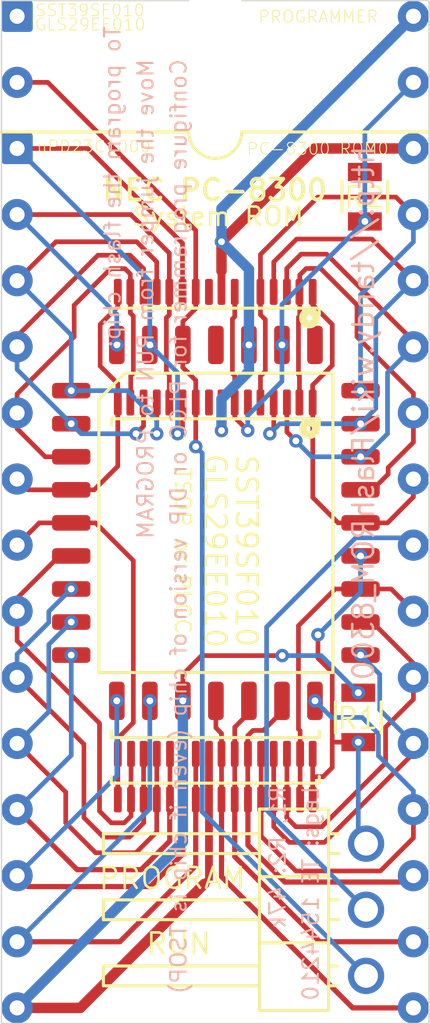
<source format=kicad_pcb>
(kicad_pcb (version 20171130) (host pcbnew 5.1.5-52549c5~84~ubuntu19.04.1)

  (general
    (thickness 1.6)
    (drawings 25)
    (tracks 367)
    (zones 0)
    (modules 7)
    (nets 32)
  )

  (page A4)
  (layers
    (0 F.Cu signal hide)
    (31 B.Cu signal hide)
    (32 B.Adhes user hide)
    (33 F.Adhes user hide)
    (34 B.Paste user hide)
    (35 F.Paste user hide)
    (36 B.SilkS user hide)
    (37 F.SilkS user)
    (38 B.Mask user)
    (39 F.Mask user hide)
    (40 Dwgs.User user hide)
    (41 Cmts.User user hide)
    (42 Eco1.User user hide)
    (43 Eco2.User user hide)
    (44 Edge.Cuts user)
    (45 Margin user hide)
    (46 B.CrtYd user hide)
    (47 F.CrtYd user hide)
    (48 B.Fab user hide)
    (49 F.Fab user hide)
  )

  (setup
    (last_trace_width 0.25)
    (user_trace_width 0.16)
    (user_trace_width 0.18)
    (user_trace_width 0.2)
    (user_trace_width 0.3)
    (user_trace_width 0.35)
    (user_trace_width 0.4)
    (user_trace_width 0.6)
    (user_trace_width 0.8)
    (trace_clearance 0.2)
    (zone_clearance 0.508)
    (zone_45_only no)
    (trace_min 0.16)
    (via_size 0.8)
    (via_drill 0.4)
    (via_min_size 0.52)
    (via_min_drill 0.26)
    (user_via 0.52 0.26)
    (user_via 0.92 0.4)
    (uvia_size 0.3)
    (uvia_drill 0.1)
    (uvias_allowed no)
    (uvia_min_size 0.2)
    (uvia_min_drill 0.1)
    (edge_width 0.05)
    (segment_width 0.2)
    (pcb_text_width 0.3)
    (pcb_text_size 1.5 1.5)
    (mod_edge_width 0.12)
    (mod_text_size 1 1)
    (mod_text_width 0.15)
    (pad_size 1.2 1.2)
    (pad_drill 0.58)
    (pad_to_mask_clearance 0)
    (aux_axis_origin 0 0)
    (visible_elements FFFFFF7F)
    (pcbplotparams
      (layerselection 0x010fc_ffffffff)
      (usegerberextensions false)
      (usegerberattributes false)
      (usegerberadvancedattributes false)
      (creategerberjobfile false)
      (excludeedgelayer true)
      (linewidth 0.100000)
      (plotframeref false)
      (viasonmask false)
      (mode 1)
      (useauxorigin false)
      (hpglpennumber 1)
      (hpglpenspeed 20)
      (hpglpendiameter 15.000000)
      (psnegative false)
      (psa4output false)
      (plotreference true)
      (plotvalue true)
      (plotinvisibletext false)
      (padsonsilk false)
      (subtractmaskfromsilk false)
      (outputformat 1)
      (mirror false)
      (drillshape 1)
      (scaleselection 1)
      (outputdirectory ""))
  )

  (net 0 "")
  (net 1 /A14)
  (net 2 /D2)
  (net 3 /A13)
  (net 4 /D1)
  (net 5 /A8)
  (net 6 /D0)
  (net 7 /A9)
  (net 8 /A0)
  (net 9 /A11)
  (net 10 /A1)
  (net 11 /~OE)
  (net 12 /A2)
  (net 13 /A10)
  (net 14 /A3)
  (net 15 /~CE)
  (net 16 /A4)
  (net 17 /D7)
  (net 18 /A5)
  (net 19 /D6)
  (net 20 /A6)
  (net 21 /D5)
  (net 22 /A7)
  (net 23 /D4)
  (net 24 /A12)
  (net 25 /D3)
  (net 26 /~WE)
  (net 27 /A16)
  (net 28 /A15)
  (net 29 /VCC)
  (net 30 /GND)
  (net 31 /A16_~OE)

  (net_class Default "This is the default net class."
    (clearance 0.2)
    (trace_width 0.25)
    (via_dia 0.8)
    (via_drill 0.4)
    (uvia_dia 0.3)
    (uvia_drill 0.1)
    (add_net /A0)
    (add_net /A1)
    (add_net /A10)
    (add_net /A11)
    (add_net /A12)
    (add_net /A13)
    (add_net /A14)
    (add_net /A15)
    (add_net /A16)
    (add_net /A16_~OE)
    (add_net /A2)
    (add_net /A3)
    (add_net /A4)
    (add_net /A5)
    (add_net /A6)
    (add_net /A7)
    (add_net /A8)
    (add_net /A9)
    (add_net /D0)
    (add_net /D1)
    (add_net /D2)
    (add_net /D3)
    (add_net /D4)
    (add_net /D5)
    (add_net /D6)
    (add_net /D7)
    (add_net /GND)
    (add_net /VCC)
    (add_net /~CE)
    (add_net /~OE)
    (add_net /~WE)
    (add_net "Net-(J1-Pad1)")
    (add_net "Net-(U1-Pad6)")
    (add_net "Net-(U1-Pad9)")
    (add_net "Net-(U2-Pad6)")
    (add_net "Net-(U2-Pad9)")
    (add_net "Net-(U3-Pad1)")
    (add_net "Net-(U3-Pad30)")
  )

  (module 000_LOCAL:DIP32_0.6_pcb_sil_pins (layer F.Cu) (tedit 5E688EBE) (tstamp 5E6197D1)
    (at 150 97.46)
    (descr "28-lead though-hole mounted DIP package, row spacing 15.24 mm (600 mils)")
    (tags "THT DIP DIL PDIP 2.54mm 15.24mm 600mil")
    (path /5E5C209E)
    (fp_text reference J1 (at 0 -21.38) (layer F.SilkS) hide
      (effects (font (size 1 1) (thickness 0.15)))
    )
    (fp_text value "uPD23C1000 / FLASH" (at 0 21.59) (layer F.Fab)
      (effects (font (size 1 1) (thickness 0.15)))
    )
    (fp_line (start 8.22 -19.65) (end -8.22 -19.65) (layer F.CrtYd) (width 0.01))
    (fp_line (start 8.22 19.65) (end 8.22 -19.65) (layer F.CrtYd) (width 0.01))
    (fp_line (start -8.22 19.65) (end 8.22 19.65) (layer F.CrtYd) (width 0.01))
    (fp_line (start -8.22 -19.65) (end -8.22 19.65) (layer F.CrtYd) (width 0.01))
    (fp_text user %R (at 0.27 0.58) (layer F.Fab)
      (effects (font (size 1 1) (thickness 0.15)))
    )
    (pad 32 thru_hole circle (at 7.62 -19.05) (size 1.2 1.2) (drill 0.58) (layers *.Cu *.Mask)
      (net 29 /VCC))
    (pad 31 thru_hole circle (at 7.62 -16.51) (size 1.2 1.2) (drill 0.58) (layers *.Cu *.Mask)
      (net 26 /~WE))
    (pad 15 thru_hole circle (at -7.62 16.51) (size 1.2 1.2) (drill 0.58) (layers *.Cu *.Mask)
      (net 2 /D2))
    (pad 16 thru_hole circle (at -7.62 19.05) (size 1.2 1.2) (drill 0.58) (layers *.Cu *.Mask)
      (net 30 /GND))
    (pad "" np_thru_hole circle (at 0 -19.65) (size 2 2) (drill 2) (layers *.Cu *.Mask))
    (pad 1 thru_hole roundrect (at -7.62 -19.05) (size 1.2 1.2) (drill 0.58) (layers *.Cu *.Mask) (roundrect_rratio 0.1))
    (pad 29 thru_hole circle (at 7.62 -11.43) (size 1.2 1.2) (drill 0.58) (layers *.Cu *.Mask)
      (net 1 /A14))
    (pad 2 thru_hole circle (at -7.62 -16.51) (size 1.2 1.2) (drill 0.58) (layers *.Cu *.Mask)
      (net 27 /A16))
    (pad 30 thru_hole circle (at 7.62 -13.97) (size 1.2 1.2) (drill 0.58) (layers *.Cu *.Mask)
      (net 29 /VCC))
    (pad 3 thru_hole roundrect (at -7.62 -13.97) (size 1.2 1.2) (drill 0.58) (layers *.Cu *.Mask) (roundrect_rratio 0.1)
      (net 28 /A15))
    (pad 17 thru_hole circle (at 7.62 19.05) (size 1.2 1.2) (drill 0.58) (layers *.Cu *.Mask)
      (net 25 /D3))
    (pad 4 thru_hole circle (at -7.62 -11.43) (size 1.2 1.2) (drill 0.58) (layers *.Cu *.Mask)
      (net 24 /A12))
    (pad 18 thru_hole circle (at 7.62 16.51) (size 1.2 1.2) (drill 0.58) (layers *.Cu *.Mask)
      (net 23 /D4))
    (pad 5 thru_hole circle (at -7.62 -8.89) (size 1.2 1.2) (drill 0.58) (layers *.Cu *.Mask)
      (net 22 /A7))
    (pad 19 thru_hole circle (at 7.62 13.97) (size 1.2 1.2) (drill 0.58) (layers *.Cu *.Mask)
      (net 21 /D5))
    (pad 6 thru_hole circle (at -7.62 -6.35) (size 1.2 1.2) (drill 0.58) (layers *.Cu *.Mask)
      (net 20 /A6))
    (pad 20 thru_hole circle (at 7.62 11.43) (size 1.2 1.2) (drill 0.58) (layers *.Cu *.Mask)
      (net 19 /D6))
    (pad 7 thru_hole circle (at -7.62 -3.81) (size 1.2 1.2) (drill 0.58) (layers *.Cu *.Mask)
      (net 18 /A5))
    (pad 21 thru_hole circle (at 7.62 8.89) (size 1.2 1.2) (drill 0.58) (layers *.Cu *.Mask)
      (net 17 /D7))
    (pad 8 thru_hole circle (at -7.62 -1.27) (size 1.2 1.2) (drill 0.58) (layers *.Cu *.Mask)
      (net 16 /A4))
    (pad 22 thru_hole circle (at 7.62 6.35) (size 1.2 1.2) (drill 0.58) (layers *.Cu *.Mask)
      (net 15 /~CE))
    (pad 9 thru_hole circle (at -7.62 1.27) (size 1.2 1.2) (drill 0.58) (layers *.Cu *.Mask)
      (net 14 /A3))
    (pad 23 thru_hole circle (at 7.62 3.81) (size 1.2 1.2) (drill 0.58) (layers *.Cu *.Mask)
      (net 13 /A10))
    (pad 10 thru_hole circle (at -7.62 3.81) (size 1.2 1.2) (drill 0.58) (layers *.Cu *.Mask)
      (net 12 /A2))
    (pad 24 thru_hole circle (at 7.62 1.27) (size 1.2 1.2) (drill 0.58) (layers *.Cu *.Mask)
      (net 31 /A16_~OE))
    (pad 11 thru_hole circle (at -7.62 6.35) (size 1.2 1.2) (drill 0.58) (layers *.Cu *.Mask)
      (net 10 /A1))
    (pad 25 thru_hole circle (at 7.62 -1.27) (size 1.2 1.2) (drill 0.58) (layers *.Cu *.Mask)
      (net 9 /A11))
    (pad 12 thru_hole circle (at -7.62 8.89) (size 1.2 1.2) (drill 0.58) (layers *.Cu *.Mask)
      (net 8 /A0))
    (pad 26 thru_hole circle (at 7.62 -3.81) (size 1.2 1.2) (drill 0.58) (layers *.Cu *.Mask)
      (net 7 /A9))
    (pad 13 thru_hole circle (at -7.62 11.43) (size 1.2 1.2) (drill 0.58) (layers *.Cu *.Mask)
      (net 6 /D0))
    (pad 27 thru_hole circle (at 7.62 -6.35) (size 1.2 1.2) (drill 0.58) (layers *.Cu *.Mask)
      (net 5 /A8))
    (pad 14 thru_hole circle (at -7.62 13.97) (size 1.2 1.2) (drill 0.58) (layers *.Cu *.Mask)
      (net 4 /D1))
    (pad 28 thru_hole circle (at 7.62 -8.89) (size 1.2 1.2) (drill 0.58) (layers *.Cu *.Mask)
      (net 3 /A13))
    (model ${KIPRJMOD}/000_LOCAL.pretty/packages3d/DIL_LEG.step
      (offset (xyz -7.62 16.51 0.18))
      (scale (xyz 1 1 1))
      (rotate (xyz 0 0 0))
    )
    (model ${KIPRJMOD}/000_LOCAL.pretty/packages3d/DIL_LEG.step
      (offset (xyz -7.62 13.97 0.18))
      (scale (xyz 1 1 1))
      (rotate (xyz 0 0 0))
    )
    (model ${KIPRJMOD}/000_LOCAL.pretty/packages3d/DIL_LEG.step
      (offset (xyz -7.62 11.43 0.18))
      (scale (xyz 1 1 1))
      (rotate (xyz 0 0 0))
    )
    (model ${KIPRJMOD}/000_LOCAL.pretty/packages3d/DIL_LEG.step
      (offset (xyz -7.62 8.890000000000001 0.18))
      (scale (xyz 1 1 1))
      (rotate (xyz 0 0 0))
    )
    (model ${KIPRJMOD}/000_LOCAL.pretty/packages3d/DIL_LEG.step
      (offset (xyz -7.62 6.35 0.18))
      (scale (xyz 1 1 1))
      (rotate (xyz 0 0 0))
    )
    (model ${KIPRJMOD}/000_LOCAL.pretty/packages3d/DIL_LEG.step
      (offset (xyz -7.62 3.81 0.18))
      (scale (xyz 1 1 1))
      (rotate (xyz 0 0 0))
    )
    (model ${KIPRJMOD}/000_LOCAL.pretty/packages3d/DIL_LEG.step
      (offset (xyz -7.62 1.27 0.18))
      (scale (xyz 1 1 1))
      (rotate (xyz 0 0 0))
    )
    (model ${KIPRJMOD}/000_LOCAL.pretty/packages3d/DIL_LEG.step
      (offset (xyz -7.62 -1.27 0.18))
      (scale (xyz 1 1 1))
      (rotate (xyz 0 0 0))
    )
    (model ${KIPRJMOD}/000_LOCAL.pretty/packages3d/DIL_LEG.step
      (offset (xyz -7.62 -3.81 0.18))
      (scale (xyz 1 1 1))
      (rotate (xyz 0 0 0))
    )
    (model ${KIPRJMOD}/000_LOCAL.pretty/packages3d/DIL_LEG.step
      (offset (xyz -7.62 -6.35 0.18))
      (scale (xyz 1 1 1))
      (rotate (xyz 0 0 0))
    )
    (model ${KIPRJMOD}/000_LOCAL.pretty/packages3d/DIL_LEG.step
      (offset (xyz -7.62 -8.890000000000001 0.18))
      (scale (xyz 1 1 1))
      (rotate (xyz 0 0 0))
    )
    (model ${KIPRJMOD}/000_LOCAL.pretty/packages3d/DIL_LEG.step
      (offset (xyz -7.62 -11.43 0.18))
      (scale (xyz 1 1 1))
      (rotate (xyz 0 0 0))
    )
    (model ${KIPRJMOD}/000_LOCAL.pretty/packages3d/DIL_LEG.step
      (offset (xyz -7.62 -13.97 0.18))
      (scale (xyz 1 1 1))
      (rotate (xyz 0 0 0))
    )
    (model ${KIPRJMOD}/000_LOCAL.pretty/packages3d/DIL_LEG.step
      (offset (xyz -7.62 -16.51 0.18))
      (scale (xyz 1 1 1))
      (rotate (xyz 0 0 0))
    )
    (model ${KIPRJMOD}/000_LOCAL.pretty/packages3d/DIL_LEG.step
      (offset (xyz 7.62 -16.51 0.18))
      (scale (xyz 1 1 1))
      (rotate (xyz 0 0 0))
    )
    (model ${KIPRJMOD}/000_LOCAL.pretty/packages3d/DIL_LEG.step
      (offset (xyz 7.62 -13.97 0.18))
      (scale (xyz 1 1 1))
      (rotate (xyz 0 0 0))
    )
    (model ${KIPRJMOD}/000_LOCAL.pretty/packages3d/DIL_LEG.step
      (offset (xyz 7.62 -11.43 0.18))
      (scale (xyz 1 1 1))
      (rotate (xyz 0 0 0))
    )
    (model ${KIPRJMOD}/000_LOCAL.pretty/packages3d/DIL_LEG.step
      (offset (xyz 7.62 -8.890000000000001 0.18))
      (scale (xyz 1 1 1))
      (rotate (xyz 0 0 0))
    )
    (model ${KIPRJMOD}/000_LOCAL.pretty/packages3d/DIL_LEG.step
      (offset (xyz 7.62 -6.35 0.18))
      (scale (xyz 1 1 1))
      (rotate (xyz 0 0 0))
    )
    (model ${KIPRJMOD}/000_LOCAL.pretty/packages3d/DIL_LEG.step
      (offset (xyz 7.62 -3.81 0.18))
      (scale (xyz 1 1 1))
      (rotate (xyz 0 0 0))
    )
    (model ${KIPRJMOD}/000_LOCAL.pretty/packages3d/DIL_LEG.step
      (offset (xyz 7.62 -1.27 0.18))
      (scale (xyz 1 1 1))
      (rotate (xyz 0 0 0))
    )
    (model ${KIPRJMOD}/000_LOCAL.pretty/packages3d/DIL_LEG.step
      (offset (xyz 7.62 1.27 0.18))
      (scale (xyz 1 1 1))
      (rotate (xyz 0 0 0))
    )
    (model ${KIPRJMOD}/000_LOCAL.pretty/packages3d/DIL_LEG.step
      (offset (xyz 7.62 3.81 0.18))
      (scale (xyz 1 1 1))
      (rotate (xyz 0 0 0))
    )
    (model ${KIPRJMOD}/000_LOCAL.pretty/packages3d/DIL_LEG.step
      (offset (xyz 7.62 6.35 0.18))
      (scale (xyz 1 1 1))
      (rotate (xyz 0 0 0))
    )
    (model ${KIPRJMOD}/000_LOCAL.pretty/packages3d/DIL_LEG.step
      (offset (xyz 7.62 8.890000000000001 0.18))
      (scale (xyz 1 1 1))
      (rotate (xyz 0 0 0))
    )
    (model ${KIPRJMOD}/000_LOCAL.pretty/packages3d/DIL_LEG.step
      (offset (xyz 7.62 11.43 0.18))
      (scale (xyz 1 1 1))
      (rotate (xyz 0 0 0))
    )
    (model ${KIPRJMOD}/000_LOCAL.pretty/packages3d/DIL_LEG.step
      (offset (xyz 7.62 13.97 0.18))
      (scale (xyz 1 1 1))
      (rotate (xyz 0 0 0))
    )
    (model ${KIPRJMOD}/000_LOCAL.pretty/packages3d/DIL_LEG.step
      (offset (xyz 7.62 16.51 0.18))
      (scale (xyz 1 1 1))
      (rotate (xyz 0 0 0))
    )
    (model ${KIPRJMOD}/000_LOCAL.pretty/packages3d/DIL_LEG.step
      (offset (xyz 7.62 19.05 0.18034))
      (scale (xyz 1 1 1))
      (rotate (xyz 0 0 0))
    )
    (model ${KIPRJMOD}/000_LOCAL.pretty/packages3d/DIL_LEG.step
      (offset (xyz 7.62 -19.05 0.18034))
      (scale (xyz 1 1 1))
      (rotate (xyz 0 0 0))
    )
    (model ${KIPRJMOD}/000_LOCAL.pretty/packages3d/DIL_LEG.step
      (offset (xyz -7.62 19.05 0.18034))
      (scale (xyz 1 1 1))
      (rotate (xyz 0 0 0))
    )
    (model ${KIPRJMOD}/000_LOCAL.pretty/packages3d/DIL_LEG.step
      (offset (xyz -7.62 -19.05 0.18034))
      (scale (xyz 1 1 1))
      (rotate (xyz 0 0 0))
    )
  )

  (module 000_LOCAL:R_0805 (layer F.Cu) (tedit 5E24F165) (tstamp 5E6815F7)
    (at 155.7528 85.344 90)
    (descr "Resistor SMD 0805, reflow soldering, Vishay (see dcrcw.pdf)")
    (tags "resistor 0805")
    (path /5E802DCC)
    (attr smd)
    (fp_text reference R2 (at -0.0381 -0.0127) (layer F.SilkS)
      (effects (font (size 0.8 0.8) (thickness 0.1)))
    )
    (fp_text value 47K (at 0 1.75 90) (layer F.Fab)
      (effects (font (size 1 1) (thickness 0.15)))
    )
    (fp_text user %R (at 0 0 90) (layer F.Fab)
      (effects (font (size 0.5 0.5) (thickness 0.075)))
    )
    (fp_line (start -1 0.62) (end -1 -0.62) (layer F.Fab) (width 0.1))
    (fp_line (start 1 0.62) (end -1 0.62) (layer F.Fab) (width 0.1))
    (fp_line (start 1 -0.62) (end 1 0.62) (layer F.Fab) (width 0.1))
    (fp_line (start -1 -0.62) (end 1 -0.62) (layer F.Fab) (width 0.1))
    (fp_line (start 0.6 0.88) (end -0.6 0.88) (layer F.SilkS) (width 0.12))
    (fp_line (start -0.6 -0.88) (end 0.6 -0.88) (layer F.SilkS) (width 0.12))
    (fp_line (start -1.55 -0.9) (end 1.55 -0.9) (layer F.CrtYd) (width 0.05))
    (fp_line (start -1.55 -0.9) (end -1.55 0.9) (layer F.CrtYd) (width 0.05))
    (fp_line (start 1.55 0.9) (end 1.55 -0.9) (layer F.CrtYd) (width 0.05))
    (fp_line (start 1.55 0.9) (end -1.55 0.9) (layer F.CrtYd) (width 0.05))
    (pad 1 smd rect (at -0.95 0 90) (size 0.7 1.3) (layers F.Cu F.Paste F.Mask)
      (net 26 /~WE))
    (pad 2 smd rect (at 0.95 0 90) (size 0.7 1.3) (layers F.Cu F.Paste F.Mask)
      (net 29 /VCC))
    (model ${KIPRJMOD}/000_LOCAL.pretty/packages3d/R_0805_2012Metric.step
      (at (xyz 0 0 0))
      (scale (xyz 1 1 1))
      (rotate (xyz 0 0 0))
    )
  )

  (module 000_LOCAL:Pin_Header_Angled_1x03_Pitch2.54mm (layer F.Cu) (tedit 5E67F9B1) (tstamp 5E5F181D)
    (at 155.8 115.28 180)
    (descr "Through hole angled pin header, 1x03, 2.54mm pitch, 6mm pin length, single row")
    (tags "Through hole angled pin header THT 1x03 2.54mm single row")
    (path /5E634357)
    (fp_text reference JP1 (at 4.385 -2.27) (layer F.SilkS) hide
      (effects (font (size 1 1) (thickness 0.15)))
    )
    (fp_text value RUN/PROGRAM (at 4.385 7.35) (layer F.Fab)
      (effects (font (size 1 1) (thickness 0.15)))
    )
    (fp_poly (pts (xy 0.3175 0.3175) (xy -0.3175 0.3175) (xy -0.3175 -0.3175) (xy 0.3175 -0.3175)) (layer Dwgs.User) (width 0.00254))
    (fp_line (start 2.135 -1.27) (end 4.04 -1.27) (layer F.Fab) (width 0.1))
    (fp_line (start 4.04 -1.27) (end 4.04 6.35) (layer F.Fab) (width 0.1))
    (fp_line (start 4.04 6.35) (end 1.5 6.35) (layer F.Fab) (width 0.1))
    (fp_line (start 1.5 6.35) (end 1.5 -0.635) (layer F.Fab) (width 0.1))
    (fp_line (start 1.5 -0.635) (end 2.135 -1.27) (layer F.Fab) (width 0.1))
    (fp_line (start -0.32 -0.32) (end 1.5 -0.32) (layer F.Fab) (width 0.1))
    (fp_line (start -0.32 0.32) (end 1.5 0.32) (layer F.Fab) (width 0.1))
    (fp_line (start 4.04 -0.32) (end 10.04 -0.32) (layer F.Fab) (width 0.1))
    (fp_line (start 10.04 -0.32) (end 10.04 0.32) (layer F.Fab) (width 0.1))
    (fp_line (start 4.04 0.32) (end 10.04 0.32) (layer F.Fab) (width 0.1))
    (fp_line (start -0.32 2.22) (end 1.5 2.22) (layer F.Fab) (width 0.1))
    (fp_line (start -0.32 2.22) (end -0.32 2.86) (layer F.Fab) (width 0.1))
    (fp_line (start -0.32 2.86) (end 1.5 2.86) (layer F.Fab) (width 0.1))
    (fp_line (start 4.04 2.22) (end 10.04 2.22) (layer F.Fab) (width 0.1))
    (fp_line (start 10.04 2.22) (end 10.04 2.86) (layer F.Fab) (width 0.1))
    (fp_line (start 4.04 2.86) (end 10.04 2.86) (layer F.Fab) (width 0.1))
    (fp_line (start -0.32 4.76) (end 1.5 4.76) (layer F.Fab) (width 0.1))
    (fp_line (start -0.32 4.76) (end -0.32 5.4) (layer F.Fab) (width 0.1))
    (fp_line (start -0.32 5.4) (end 1.5 5.4) (layer F.Fab) (width 0.1))
    (fp_line (start 4.04 4.76) (end 10.04 4.76) (layer F.Fab) (width 0.1))
    (fp_line (start 10.04 4.76) (end 10.04 5.4) (layer F.Fab) (width 0.1))
    (fp_line (start 4.04 5.4) (end 10.04 5.4) (layer F.Fab) (width 0.1))
    (fp_line (start 1.44 -1.33) (end 1.44 6.41) (layer F.SilkS) (width 0.12))
    (fp_line (start 1.44 6.41) (end 4.1 6.41) (layer F.SilkS) (width 0.12))
    (fp_line (start 4.1 6.41) (end 4.1 -1.33) (layer F.SilkS) (width 0.12))
    (fp_line (start 4.1 -1.33) (end 1.44 -1.33) (layer F.SilkS) (width 0.12))
    (fp_line (start 4.1 -0.38) (end 10.1 -0.38) (layer F.SilkS) (width 0.12))
    (fp_line (start 10.1 -0.38) (end 10.1 0.38) (layer F.SilkS) (width 0.12))
    (fp_line (start 10.1 0.38) (end 4.1 0.38) (layer F.SilkS) (width 0.12))
    (fp_line (start 1.11 -0.38) (end 1.44 -0.38) (layer F.SilkS) (width 0.12))
    (fp_line (start 1.11 0.38) (end 1.44 0.38) (layer F.SilkS) (width 0.12))
    (fp_line (start 1.44 1.27) (end 4.1 1.27) (layer F.SilkS) (width 0.12))
    (fp_line (start 4.1 2.16) (end 10.1 2.16) (layer F.SilkS) (width 0.12))
    (fp_line (start 10.1 2.16) (end 10.1 2.92) (layer F.SilkS) (width 0.12))
    (fp_line (start 10.1 2.92) (end 4.1 2.92) (layer F.SilkS) (width 0.12))
    (fp_line (start 1.042929 2.16) (end 1.44 2.16) (layer F.SilkS) (width 0.12))
    (fp_line (start 1.042929 2.92) (end 1.44 2.92) (layer F.SilkS) (width 0.12))
    (fp_line (start 1.44 3.81) (end 4.1 3.81) (layer F.SilkS) (width 0.12))
    (fp_line (start 4.1 4.7) (end 10.1 4.7) (layer F.SilkS) (width 0.12))
    (fp_line (start 10.1 4.7) (end 10.1 5.46) (layer F.SilkS) (width 0.12))
    (fp_line (start 10.1 5.46) (end 4.1 5.46) (layer F.SilkS) (width 0.12))
    (fp_line (start 1.042929 4.7) (end 1.44 4.7) (layer F.SilkS) (width 0.12))
    (fp_line (start 1.042929 5.46) (end 1.44 5.46) (layer F.SilkS) (width 0.12))
    (fp_line (start -1.8 -1.8) (end -1.8 6.85) (layer F.CrtYd) (width 0.05))
    (fp_line (start -1.8 6.85) (end 10.55 6.85) (layer F.CrtYd) (width 0.05))
    (fp_line (start 10.55 6.85) (end 10.55 -1.8) (layer F.CrtYd) (width 0.05))
    (fp_line (start 10.55 -1.8) (end -1.8 -1.8) (layer F.CrtYd) (width 0.05))
    (fp_text user %R (at 2.77 2.54 90) (layer F.Fab)
      (effects (font (size 1 1) (thickness 0.15)))
    )
    (pad 1 thru_hole circle (at 0 0 180) (size 1.397 1.397) (drill 0.9144) (layers *.Cu *.Mask)
      (net 27 /A16))
    (pad 2 thru_hole circle (at 0 2.54 180) (size 1.397 1.397) (drill 0.9144) (layers *.Cu *.Mask)
      (net 31 /A16_~OE))
    (pad 3 thru_hole circle (at 0 5.08 180) (size 1.397 1.397) (drill 0.9144) (layers *.Cu *.Mask)
      (net 11 /~OE))
    (model ${KIPRJMOD}/000_LOCAL.pretty/packages3d/PinHeader_1x03_P2.54mm_Horizontal.step
      (at (xyz 0 0 0))
      (scale (xyz 1 1 1))
      (rotate (xyz 0 0 0))
    )
  )

  (module 000_LOCAL:TSOP32-20mm (layer F.Cu) (tedit 5E62DEC2) (tstamp 5E5D81C3)
    (at 150 98.75 180)
    (descr "Module CMS TSOP 32 pins")
    (tags "CMS TSOP")
    (path /5E5D9957)
    (attr smd)
    (fp_text reference U1 (at 0 -5) (layer F.SilkS) hide
      (effects (font (size 1 1) (thickness 0.15)))
    )
    (fp_text value "GLS29EE010 (TSOP)" (at 0 5) (layer F.Fab)
      (effects (font (size 1 1) (thickness 0.15)))
    )
    (fp_line (start 4 -9.125) (end 4 -8.875) (layer F.SilkS) (width 0.12))
    (fp_line (start -4 -9.125) (end -4 -8.875) (layer F.SilkS) (width 0.12))
    (fp_line (start 4 9.125) (end 4 8.875) (layer F.SilkS) (width 0.12))
    (fp_line (start -4 9.125) (end -4 8.875) (layer F.SilkS) (width 0.12))
    (fp_line (start 4 -9.125) (end -4 -9.125) (layer F.SilkS) (width 0.12))
    (fp_line (start -4 9.125) (end 4 9.125) (layer F.SilkS) (width 0.12))
    (fp_circle (center -3.625 8.75) (end -3.525 8.75) (layer F.SilkS) (width 0.3))
    (fp_text user %R (at 0 0 90) (layer F.Fab)
      (effects (font (size 1 1) (thickness 0.15)))
    )
    (pad 1 smd roundrect (at -3.7453 9.75 180) (size 0.3 1) (layers F.Cu F.Paste F.Mask) (roundrect_rratio 0.25)
      (net 9 /A11))
    (pad 2 smd roundrect (at -3.2373 9.75 180) (size 0.3 1) (layers F.Cu F.Paste F.Mask) (roundrect_rratio 0.25)
      (net 7 /A9))
    (pad 3 smd roundrect (at -2.7547 9.75 180) (size 0.3 1) (layers F.Cu F.Paste F.Mask) (roundrect_rratio 0.25)
      (net 5 /A8))
    (pad 4 smd roundrect (at -2.2467 9.75 180) (size 0.3 1) (layers F.Cu F.Paste F.Mask) (roundrect_rratio 0.25)
      (net 3 /A13))
    (pad 5 smd roundrect (at -1.7387 9.75 180) (size 0.3 1) (layers F.Cu F.Paste F.Mask) (roundrect_rratio 0.25)
      (net 1 /A14))
    (pad 6 smd roundrect (at -1.2561 9.75 180) (size 0.3 1) (layers F.Cu F.Paste F.Mask) (roundrect_rratio 0.25))
    (pad 7 smd roundrect (at -0.7481 9.75 180) (size 0.3 1) (layers F.Cu F.Paste F.Mask) (roundrect_rratio 0.25)
      (net 26 /~WE))
    (pad 8 smd roundrect (at -0.2401 9.75 180) (size 0.3 1) (layers F.Cu F.Paste F.Mask) (roundrect_rratio 0.25)
      (net 29 /VCC))
    (pad 9 smd roundrect (at 0.2425 9.75 180) (size 0.3 1) (layers F.Cu F.Paste F.Mask) (roundrect_rratio 0.25))
    (pad 10 smd roundrect (at 0.7505 9.75 180) (size 0.3 1) (layers F.Cu F.Paste F.Mask) (roundrect_rratio 0.25)
      (net 27 /A16))
    (pad 11 smd roundrect (at 1.2585 9.75 180) (size 0.3 1) (layers F.Cu F.Paste F.Mask) (roundrect_rratio 0.25)
      (net 28 /A15))
    (pad 12 smd roundrect (at 1.7665 9.75 180) (size 0.3 1) (layers F.Cu F.Paste F.Mask) (roundrect_rratio 0.25)
      (net 24 /A12))
    (pad 13 smd roundrect (at 2.2491 9.75 180) (size 0.3 1) (layers F.Cu F.Paste F.Mask) (roundrect_rratio 0.25)
      (net 22 /A7))
    (pad 14 smd roundrect (at 2.7571 9.75 180) (size 0.3 1) (layers F.Cu F.Paste F.Mask) (roundrect_rratio 0.25)
      (net 20 /A6))
    (pad 15 smd roundrect (at 3.2651 9.75 180) (size 0.3 1) (layers F.Cu F.Paste F.Mask) (roundrect_rratio 0.25)
      (net 18 /A5))
    (pad 16 smd roundrect (at 3.7477 9.75 180) (size 0.3 1) (layers F.Cu F.Paste F.Mask) (roundrect_rratio 0.25)
      (net 16 /A4))
    (pad 17 smd roundrect (at 3.7465 -9.75 180) (size 0.3 1) (layers F.Cu F.Paste F.Mask) (roundrect_rratio 0.25)
      (net 14 /A3))
    (pad 18 smd roundrect (at 3.2385 -9.75 180) (size 0.3 1) (layers F.Cu F.Paste F.Mask) (roundrect_rratio 0.25)
      (net 12 /A2))
    (pad 19 smd roundrect (at 2.7559 -9.75 180) (size 0.3 1) (layers F.Cu F.Paste F.Mask) (roundrect_rratio 0.25)
      (net 10 /A1))
    (pad 20 smd roundrect (at 2.2479 -9.75 180) (size 0.3 1) (layers F.Cu F.Paste F.Mask) (roundrect_rratio 0.25)
      (net 8 /A0))
    (pad 21 smd roundrect (at 1.7399 -9.75 180) (size 0.3 1) (layers F.Cu F.Paste F.Mask) (roundrect_rratio 0.25)
      (net 6 /D0))
    (pad 22 smd roundrect (at 1.2573 -9.75 180) (size 0.3 1) (layers F.Cu F.Paste F.Mask) (roundrect_rratio 0.25)
      (net 4 /D1))
    (pad 23 smd roundrect (at 0.7493 -9.75 180) (size 0.3 1) (layers F.Cu F.Paste F.Mask) (roundrect_rratio 0.25)
      (net 2 /D2))
    (pad 24 smd roundrect (at 0.2413 -9.75 180) (size 0.3 1) (layers F.Cu F.Paste F.Mask) (roundrect_rratio 0.25)
      (net 30 /GND))
    (pad 25 smd roundrect (at -0.2413 -9.75 180) (size 0.3 1) (layers F.Cu F.Paste F.Mask) (roundrect_rratio 0.25)
      (net 25 /D3))
    (pad 26 smd roundrect (at -0.7493 -9.75 180) (size 0.3 1) (layers F.Cu F.Paste F.Mask) (roundrect_rratio 0.25)
      (net 23 /D4))
    (pad 27 smd roundrect (at -1.2573 -9.75 180) (size 0.3 1) (layers F.Cu F.Paste F.Mask) (roundrect_rratio 0.25)
      (net 21 /D5))
    (pad 28 smd roundrect (at -1.7653 -9.75 180) (size 0.3 1) (layers F.Cu F.Paste F.Mask) (roundrect_rratio 0.25)
      (net 19 /D6))
    (pad 29 smd roundrect (at -2.2479 -9.75 180) (size 0.3 1) (layers F.Cu F.Paste F.Mask) (roundrect_rratio 0.25)
      (net 17 /D7))
    (pad 30 smd roundrect (at -2.7559 -9.75 180) (size 0.3 1) (layers F.Cu F.Paste F.Mask) (roundrect_rratio 0.25)
      (net 15 /~CE))
    (pad 31 smd roundrect (at -3.2639 -9.75 180) (size 0.3 1) (layers F.Cu F.Paste F.Mask) (roundrect_rratio 0.25)
      (net 13 /A10))
    (pad 32 smd roundrect (at -3.7465 -9.75 180) (size 0.3 1) (layers F.Cu F.Paste F.Mask) (roundrect_rratio 0.25)
      (net 11 /~OE))
    (model ${KIPRJMOD}/000_LOCAL.pretty/packages3d/TSOP32_8X20.step
      (at (xyz 0 0 0))
      (scale (xyz 1 1 1))
      (rotate (xyz 0 0 -90))
    )
  )

  (module 000_LOCAL:PLCC32_7x9 (layer F.Cu) (tedit 5E62DEB6) (tstamp 5E63CD90)
    (at 150.025 97.875)
    (descr "PLCC, 32 Pin (http://ww1.microchip.com/downloads/en/DeviceDoc/doc0015.pdf), generated with kicad-footprint-generator ipc_plcc_jLead_generator.py")
    (tags "PLCC LCC")
    (path /5E644E99)
    (attr virtual)
    (fp_text reference U3 (at 0 -8.52) (layer F.SilkS) hide
      (effects (font (size 1 1) (thickness 0.15)))
    )
    (fp_text value "SST39SF010 / GLS29EE010 (PLCC)" (at 0 8.52) (layer F.Fab)
      (effects (font (size 1 1) (thickness 0.15)))
    )
    (fp_line (start -4.5 5.75) (end -4.5 -4.75) (layer F.SilkS) (width 0.12))
    (fp_line (start 4.5 5.75) (end -4.5 5.75) (layer F.SilkS) (width 0.12))
    (fp_line (start 4.5 -5.75) (end 4.5 5.75) (layer F.SilkS) (width 0.12))
    (fp_line (start -3.5 -5.75) (end 4.5 -5.75) (layer F.SilkS) (width 0.12))
    (fp_line (start -4.5 -4.75) (end -3.5 -5.75) (layer F.SilkS) (width 0.12))
    (fp_circle (center 0 -5.08) (end 0.25 -5.08) (layer F.Fab) (width 0.5))
    (fp_text user %R (at 0 0) (layer F.Fab)
      (effects (font (size 1 1) (thickness 0.15)))
    )
    (fp_line (start -6.55 -5.63) (end -6.55 0) (layer F.CrtYd) (width 0.05))
    (fp_line (start -5.96 -5.63) (end -6.55 -5.63) (layer F.CrtYd) (width 0.05))
    (fp_line (start -5.96 -5.95) (end -5.96 -5.63) (layer F.CrtYd) (width 0.05))
    (fp_line (start -4.68 -7.23) (end -5.96 -5.95) (layer F.CrtYd) (width 0.05))
    (fp_line (start -4.36 -7.23) (end -4.68 -7.23) (layer F.CrtYd) (width 0.05))
    (fp_line (start -4.36 -7.82) (end -4.36 -7.23) (layer F.CrtYd) (width 0.05))
    (fp_line (start 0 -7.82) (end -4.36 -7.82) (layer F.CrtYd) (width 0.05))
    (fp_line (start 6.55 5.63) (end 6.55 0) (layer F.CrtYd) (width 0.05))
    (fp_line (start 5.96 5.63) (end 6.55 5.63) (layer F.CrtYd) (width 0.05))
    (fp_line (start 5.96 7.23) (end 5.96 5.63) (layer F.CrtYd) (width 0.05))
    (fp_line (start 4.36 7.23) (end 5.96 7.23) (layer F.CrtYd) (width 0.05))
    (fp_line (start 4.36 7.82) (end 4.36 7.23) (layer F.CrtYd) (width 0.05))
    (fp_line (start 0 7.82) (end 4.36 7.82) (layer F.CrtYd) (width 0.05))
    (fp_line (start -6.55 5.63) (end -6.55 0) (layer F.CrtYd) (width 0.05))
    (fp_line (start -5.96 5.63) (end -6.55 5.63) (layer F.CrtYd) (width 0.05))
    (fp_line (start -5.96 7.23) (end -5.96 5.63) (layer F.CrtYd) (width 0.05))
    (fp_line (start -4.36 7.23) (end -5.96 7.23) (layer F.CrtYd) (width 0.05))
    (fp_line (start -4.36 7.82) (end -4.36 7.23) (layer F.CrtYd) (width 0.05))
    (fp_line (start 0 7.82) (end -4.36 7.82) (layer F.CrtYd) (width 0.05))
    (fp_line (start 6.55 -5.63) (end 6.55 0) (layer F.CrtYd) (width 0.05))
    (fp_line (start 5.96 -5.63) (end 6.55 -5.63) (layer F.CrtYd) (width 0.05))
    (fp_line (start 5.96 -7.23) (end 5.96 -5.63) (layer F.CrtYd) (width 0.05))
    (fp_line (start 4.36 -7.23) (end 5.96 -7.23) (layer F.CrtYd) (width 0.05))
    (fp_line (start 4.36 -7.82) (end 4.36 -7.23) (layer F.CrtYd) (width 0.05))
    (fp_line (start 0 -7.82) (end 4.36 -7.82) (layer F.CrtYd) (width 0.05))
    (fp_line (start -0.5 -6.985) (end 0 -6.277893) (layer F.Fab) (width 0.1))
    (fp_line (start -4.575 -6.985) (end -0.5 -6.985) (layer F.Fab) (width 0.1))
    (fp_line (start -5.715 -5.845) (end -4.575 -6.985) (layer F.Fab) (width 0.1))
    (fp_line (start -5.715 6.985) (end -5.715 -5.845) (layer F.Fab) (width 0.1))
    (fp_line (start 5.715 6.985) (end -5.715 6.985) (layer F.Fab) (width 0.1))
    (fp_line (start 5.715 -6.985) (end 5.715 6.985) (layer F.Fab) (width 0.1))
    (fp_line (start 0.5 -6.985) (end 5.715 -6.985) (layer F.Fab) (width 0.1))
    (fp_line (start 0 -6.277893) (end 0.5 -6.985) (layer F.Fab) (width 0.1))
    (pad 32 smd roundrect (at 1.27 -6.8375) (size 0.6 1.475) (layers F.Cu F.Paste F.Mask) (roundrect_rratio 0.25)
      (net 29 /VCC))
    (pad 31 smd roundrect (at 2.54 -6.8375) (size 0.6 1.475) (layers F.Cu F.Paste F.Mask) (roundrect_rratio 0.25)
      (net 26 /~WE))
    (pad 30 smd roundrect (at 3.81 -6.8375) (size 0.6 1.475) (layers F.Cu F.Paste F.Mask) (roundrect_rratio 0.25))
    (pad 29 smd roundrect (at 5.5625 -5.08) (size 1.475 0.6) (layers F.Cu F.Paste F.Mask) (roundrect_rratio 0.25)
      (net 1 /A14))
    (pad 28 smd roundrect (at 5.5625 -3.81) (size 1.475 0.6) (layers F.Cu F.Paste F.Mask) (roundrect_rratio 0.25)
      (net 3 /A13))
    (pad 27 smd roundrect (at 5.5625 -2.54) (size 1.475 0.6) (layers F.Cu F.Paste F.Mask) (roundrect_rratio 0.25)
      (net 5 /A8))
    (pad 26 smd roundrect (at 5.5625 -1.27) (size 1.475 0.6) (layers F.Cu F.Paste F.Mask) (roundrect_rratio 0.25)
      (net 7 /A9))
    (pad 25 smd roundrect (at 5.5625 0) (size 1.475 0.6) (layers F.Cu F.Paste F.Mask) (roundrect_rratio 0.25)
      (net 9 /A11))
    (pad 24 smd roundrect (at 5.5625 1.27) (size 1.475 0.6) (layers F.Cu F.Paste F.Mask) (roundrect_rratio 0.25)
      (net 11 /~OE))
    (pad 23 smd roundrect (at 5.5625 2.54) (size 1.475 0.6) (layers F.Cu F.Paste F.Mask) (roundrect_rratio 0.25)
      (net 13 /A10))
    (pad 22 smd roundrect (at 5.5625 3.81) (size 1.475 0.6) (layers F.Cu F.Paste F.Mask) (roundrect_rratio 0.25)
      (net 15 /~CE))
    (pad 21 smd roundrect (at 5.5625 5.08) (size 1.475 0.6) (layers F.Cu F.Paste F.Mask) (roundrect_rratio 0.25)
      (net 17 /D7))
    (pad 20 smd roundrect (at 3.81 6.8375) (size 0.6 1.475) (layers F.Cu F.Paste F.Mask) (roundrect_rratio 0.25)
      (net 19 /D6))
    (pad 19 smd roundrect (at 2.54 6.8375) (size 0.6 1.475) (layers F.Cu F.Paste F.Mask) (roundrect_rratio 0.25)
      (net 21 /D5))
    (pad 18 smd roundrect (at 1.27 6.8375) (size 0.6 1.475) (layers F.Cu F.Paste F.Mask) (roundrect_rratio 0.25)
      (net 23 /D4))
    (pad 17 smd roundrect (at 0 6.8375) (size 0.6 1.475) (layers F.Cu F.Paste F.Mask) (roundrect_rratio 0.25)
      (net 25 /D3))
    (pad 16 smd roundrect (at -1.27 6.8375) (size 0.6 1.475) (layers F.Cu F.Paste F.Mask) (roundrect_rratio 0.25)
      (net 30 /GND))
    (pad 15 smd roundrect (at -2.54 6.8375) (size 0.6 1.475) (layers F.Cu F.Paste F.Mask) (roundrect_rratio 0.25)
      (net 2 /D2))
    (pad 14 smd roundrect (at -3.81 6.8375) (size 0.6 1.475) (layers F.Cu F.Paste F.Mask) (roundrect_rratio 0.25)
      (net 4 /D1))
    (pad 13 smd roundrect (at -5.5625 5.08) (size 1.475 0.6) (layers F.Cu F.Paste F.Mask) (roundrect_rratio 0.25)
      (net 6 /D0))
    (pad 12 smd roundrect (at -5.5625 3.81) (size 1.475 0.6) (layers F.Cu F.Paste F.Mask) (roundrect_rratio 0.25)
      (net 8 /A0))
    (pad 11 smd roundrect (at -5.5625 2.54) (size 1.475 0.6) (layers F.Cu F.Paste F.Mask) (roundrect_rratio 0.25)
      (net 10 /A1))
    (pad 10 smd roundrect (at -5.5625 1.27) (size 1.475 0.6) (layers F.Cu F.Paste F.Mask) (roundrect_rratio 0.25)
      (net 12 /A2))
    (pad 9 smd roundrect (at -5.5625 0) (size 1.475 0.6) (layers F.Cu F.Paste F.Mask) (roundrect_rratio 0.25)
      (net 14 /A3))
    (pad 8 smd roundrect (at -5.5625 -1.27) (size 1.475 0.6) (layers F.Cu F.Paste F.Mask) (roundrect_rratio 0.25)
      (net 16 /A4))
    (pad 7 smd roundrect (at -5.5625 -2.54) (size 1.475 0.6) (layers F.Cu F.Paste F.Mask) (roundrect_rratio 0.25)
      (net 18 /A5))
    (pad 6 smd roundrect (at -5.5625 -3.81) (size 1.475 0.6) (layers F.Cu F.Paste F.Mask) (roundrect_rratio 0.25)
      (net 20 /A6))
    (pad 5 smd roundrect (at -5.5625 -5.08) (size 1.475 0.6) (layers F.Cu F.Paste F.Mask) (roundrect_rratio 0.25)
      (net 22 /A7))
    (pad 4 smd roundrect (at -3.81 -6.8375) (size 0.6 1.475) (layers F.Cu F.Paste F.Mask) (roundrect_rratio 0.25)
      (net 24 /A12))
    (pad 3 smd roundrect (at -2.54 -6.8375) (size 0.6 1.475) (layers F.Cu F.Paste F.Mask) (roundrect_rratio 0.25)
      (net 28 /A15))
    (pad 2 smd roundrect (at -1.27 -6.8375) (size 0.6 1.475) (layers F.Cu F.Paste F.Mask) (roundrect_rratio 0.25)
      (net 27 /A16))
    (pad 1 smd roundrect (at 0 -6.8375) (size 0.6 1.475) (layers F.Cu F.Paste F.Mask) (roundrect_rratio 0.25))
    (model ${KIPRJMOD}/000_LOCAL.pretty/packages3d/PLCC32_7x9.step
      (offset (xyz 0 0 0.2))
      (scale (xyz 1 1 1))
      (rotate (xyz 0 0 0))
    )
  )

  (module 000_LOCAL:TSOP32-14mm (layer F.Cu) (tedit 5E62B5BA) (tstamp 5E60E0E3)
    (at 150 100 180)
    (descr "Module CMS TSOP 32 pins")
    (tags "CMS TSOP")
    (path /5E618FF4)
    (attr virtual)
    (fp_text reference U2 (at 0 -2) (layer F.SilkS) hide
      (effects (font (size 1 1) (thickness 0.15)))
    )
    (fp_text value "SST39SF010 (TSOP)" (at 0.15 -1.35 180) (layer F.SilkS) hide
      (effects (font (size 1 1) (thickness 0.15)))
    )
    (fp_line (start 4 -6.125) (end 4 -5.875) (layer F.SilkS) (width 0.12))
    (fp_line (start -4 -6.125) (end -4 -5.875) (layer F.SilkS) (width 0.12))
    (fp_line (start 4 6.125) (end 4 5.875) (layer F.SilkS) (width 0.12))
    (fp_line (start -4 6.125) (end -4 5.875) (layer F.SilkS) (width 0.12))
    (fp_line (start 4 -6.125) (end -4 -6.125) (layer F.SilkS) (width 0.12))
    (fp_line (start -4 6.125) (end 4 6.125) (layer F.SilkS) (width 0.12))
    (fp_circle (center -3.625 5.75) (end -3.525 5.75) (layer F.SilkS) (width 0.3))
    (fp_text user %R (at 0 0 90) (layer F.Fab)
      (effects (font (size 1 1) (thickness 0.15)))
    )
    (fp_text user "Copyright 2016 Accelerated Designs. All rights reserved." (at 0 0 90) (layer Cmts.User)
      (effects (font (size 0.127 0.127) (thickness 0.002)))
    )
    (pad 1 smd roundrect (at -3.7453 6.75 180) (size 0.3 1) (layers F.Cu F.Paste F.Mask) (roundrect_rratio 0.25)
      (net 9 /A11))
    (pad 2 smd roundrect (at -3.2373 6.75 180) (size 0.3 1) (layers F.Cu F.Paste F.Mask) (roundrect_rratio 0.25)
      (net 7 /A9))
    (pad 3 smd roundrect (at -2.7547 6.75 180) (size 0.3 1) (layers F.Cu F.Paste F.Mask) (roundrect_rratio 0.25)
      (net 5 /A8))
    (pad 4 smd roundrect (at -2.2467 6.75 180) (size 0.3 1) (layers F.Cu F.Paste F.Mask) (roundrect_rratio 0.25)
      (net 3 /A13))
    (pad 5 smd roundrect (at -1.7387 6.75 180) (size 0.3 1) (layers F.Cu F.Paste F.Mask) (roundrect_rratio 0.25)
      (net 1 /A14))
    (pad 6 smd roundrect (at -1.2561 6.75 180) (size 0.3 1) (layers F.Cu F.Paste F.Mask) (roundrect_rratio 0.25))
    (pad 7 smd roundrect (at -0.7481 6.75 180) (size 0.3 1) (layers F.Cu F.Paste F.Mask) (roundrect_rratio 0.25)
      (net 26 /~WE))
    (pad 8 smd roundrect (at -0.2401 6.75 180) (size 0.3 1) (layers F.Cu F.Paste F.Mask) (roundrect_rratio 0.25)
      (net 29 /VCC))
    (pad 9 smd roundrect (at 0.2425 6.75 180) (size 0.3 1) (layers F.Cu F.Paste F.Mask) (roundrect_rratio 0.25))
    (pad 10 smd roundrect (at 0.7505 6.75 180) (size 0.3 1) (layers F.Cu F.Paste F.Mask) (roundrect_rratio 0.25)
      (net 27 /A16))
    (pad 11 smd roundrect (at 1.2585 6.75 180) (size 0.3 1) (layers F.Cu F.Paste F.Mask) (roundrect_rratio 0.25)
      (net 28 /A15))
    (pad 12 smd roundrect (at 1.7665 6.75 180) (size 0.3 1) (layers F.Cu F.Paste F.Mask) (roundrect_rratio 0.25)
      (net 24 /A12))
    (pad 13 smd roundrect (at 2.2491 6.75 180) (size 0.3 1) (layers F.Cu F.Paste F.Mask) (roundrect_rratio 0.25)
      (net 22 /A7))
    (pad 14 smd roundrect (at 2.7571 6.75 180) (size 0.3 1) (layers F.Cu F.Paste F.Mask) (roundrect_rratio 0.25)
      (net 20 /A6))
    (pad 15 smd roundrect (at 3.2651 6.75 180) (size 0.3 1) (layers F.Cu F.Paste F.Mask) (roundrect_rratio 0.25)
      (net 18 /A5))
    (pad 16 smd roundrect (at 3.7477 6.75 180) (size 0.3 1) (layers F.Cu F.Paste F.Mask) (roundrect_rratio 0.25)
      (net 16 /A4))
    (pad 17 smd roundrect (at 3.7465 -6.75 180) (size 0.3 1) (layers F.Cu F.Paste F.Mask) (roundrect_rratio 0.25)
      (net 14 /A3))
    (pad 18 smd roundrect (at 3.2385 -6.75 180) (size 0.3 1) (layers F.Cu F.Paste F.Mask) (roundrect_rratio 0.25)
      (net 12 /A2))
    (pad 19 smd roundrect (at 2.7559 -6.75 180) (size 0.3 1) (layers F.Cu F.Paste F.Mask) (roundrect_rratio 0.25)
      (net 10 /A1))
    (pad 20 smd roundrect (at 2.2479 -6.75 180) (size 0.3 1) (layers F.Cu F.Paste F.Mask) (roundrect_rratio 0.25)
      (net 8 /A0))
    (pad 21 smd roundrect (at 1.7399 -6.75 180) (size 0.3 1) (layers F.Cu F.Paste F.Mask) (roundrect_rratio 0.25)
      (net 6 /D0))
    (pad 22 smd roundrect (at 1.2573 -6.75 180) (size 0.3 1) (layers F.Cu F.Paste F.Mask) (roundrect_rratio 0.25)
      (net 4 /D1))
    (pad 23 smd roundrect (at 0.7493 -6.75 180) (size 0.3 1) (layers F.Cu F.Paste F.Mask) (roundrect_rratio 0.25)
      (net 2 /D2))
    (pad 24 smd roundrect (at 0.2413 -6.75 180) (size 0.3 1) (layers F.Cu F.Paste F.Mask) (roundrect_rratio 0.25)
      (net 30 /GND))
    (pad 25 smd roundrect (at -0.2413 -6.75 180) (size 0.3 1) (layers F.Cu F.Paste F.Mask) (roundrect_rratio 0.25)
      (net 25 /D3))
    (pad 26 smd roundrect (at -0.7493 -6.75 180) (size 0.3 1) (layers F.Cu F.Paste F.Mask) (roundrect_rratio 0.25)
      (net 23 /D4))
    (pad 27 smd roundrect (at -1.2573 -6.75 180) (size 0.3 1) (layers F.Cu F.Paste F.Mask) (roundrect_rratio 0.25)
      (net 21 /D5))
    (pad 28 smd roundrect (at -1.7653 -6.75 180) (size 0.3 1) (layers F.Cu F.Paste F.Mask) (roundrect_rratio 0.25)
      (net 19 /D6))
    (pad 29 smd roundrect (at -2.2479 -6.75 180) (size 0.3 1) (layers F.Cu F.Paste F.Mask) (roundrect_rratio 0.25)
      (net 17 /D7))
    (pad 30 smd roundrect (at -2.7559 -6.75 180) (size 0.3 1) (layers F.Cu F.Paste F.Mask) (roundrect_rratio 0.25)
      (net 15 /~CE))
    (pad 31 smd roundrect (at -3.2639 -6.75 180) (size 0.3 1) (layers F.Cu F.Paste F.Mask) (roundrect_rratio 0.25)
      (net 13 /A10))
    (pad 32 smd roundrect (at -3.7465 -6.75 180) (size 0.3 1) (layers F.Cu F.Paste F.Mask) (roundrect_rratio 0.25)
      (net 11 /~OE))
    (model ${KIPRJMOD}/000_LOCAL.pretty/packages3d/TSOP32_8x14.step
      (at (xyz 0 0 0))
      (scale (xyz 1 1 1))
      (rotate (xyz 0 0 -90))
    )
  )

  (module 000_LOCAL:R_0805 (layer F.Cu) (tedit 5E24F165) (tstamp 5E638D11)
    (at 155.5 105.35 90)
    (descr "Resistor SMD 0805, reflow soldering, Vishay (see dcrcw.pdf)")
    (tags "resistor 0805")
    (path /5E614D7E)
    (attr smd)
    (fp_text reference R1 (at -0.0381 -0.0254 unlocked) (layer F.SilkS)
      (effects (font (size 0.8 0.8) (thickness 0.1)))
    )
    (fp_text value 47k (at 0 1.75 90) (layer F.Fab)
      (effects (font (size 1 1) (thickness 0.15)))
    )
    (fp_text user %R (at 0 0 90) (layer F.Fab)
      (effects (font (size 0.5 0.5) (thickness 0.075)))
    )
    (fp_line (start -1 0.62) (end -1 -0.62) (layer F.Fab) (width 0.1))
    (fp_line (start 1 0.62) (end -1 0.62) (layer F.Fab) (width 0.1))
    (fp_line (start 1 -0.62) (end 1 0.62) (layer F.Fab) (width 0.1))
    (fp_line (start -1 -0.62) (end 1 -0.62) (layer F.Fab) (width 0.1))
    (fp_line (start 0.6 0.88) (end -0.6 0.88) (layer F.SilkS) (width 0.12))
    (fp_line (start -0.6 -0.88) (end 0.6 -0.88) (layer F.SilkS) (width 0.12))
    (fp_line (start -1.55 -0.9) (end 1.55 -0.9) (layer F.CrtYd) (width 0.05))
    (fp_line (start -1.55 -0.9) (end -1.55 0.9) (layer F.CrtYd) (width 0.05))
    (fp_line (start 1.55 0.9) (end 1.55 -0.9) (layer F.CrtYd) (width 0.05))
    (fp_line (start 1.55 0.9) (end -1.55 0.9) (layer F.CrtYd) (width 0.05))
    (pad 1 smd rect (at -0.95 0 90) (size 0.7 1.3) (layers F.Cu F.Paste F.Mask)
      (net 11 /~OE))
    (pad 2 smd rect (at 0.95 0 90) (size 0.7 1.3) (layers F.Cu F.Paste F.Mask)
      (net 30 /GND))
    (model ${KIPRJMOD}/000_LOCAL.pretty/packages3d/R_0805_2012Metric.step
      (at (xyz 0 0 0))
      (scale (xyz 1 1 1))
      (rotate (xyz 0 0 0))
    )
  )

  (gr_text PROGRAMMER (at 151.6253 78.4225) (layer F.SilkS) (tstamp 5E68FA6D)
    (effects (font (size 0.4572 0.4572) (thickness 0.04064)) (justify left))
  )
  (gr_text uPD23C1000 (at 143.1036 83.4136) (layer F.SilkS) (tstamp 5E68F9E9)
    (effects (font (size 0.4572 0.4572) (thickness 0.04064)) (justify left))
  )
  (gr_text GLS29EE010 (at 143.0274 78.7273) (layer F.SilkS) (tstamp 5E68A409)
    (effects (font (size 0.4572 0.4572) (thickness 0.04064)) (justify left))
  )
  (gr_text "PC-8300 ROM0" (at 151.1808 83.5025) (layer F.SilkS) (tstamp 5E68B80E)
    (effects (font (size 0.4572 0.4572) (thickness 0.04064)) (justify left))
  )
  (gr_text SST39SF010 (at 143.0401 78.1812) (layer F.SilkS) (tstamp 5E68A382)
    (effects (font (size 0.4572 0.4572) (thickness 0.04064)) (justify left))
  )
  (gr_text "System ROM" (at 150.114 86.106) (layer F.SilkS) (tstamp 5E68A186)
    (effects (font (size 0.7112 0.7112) (thickness 0.1016)))
  )
  (gr_line (start 151.016 82.855) (end 158.2166 82.855) (layer F.SilkS) (width 0.12))
  (gr_line (start 148.984 82.855) (end 141.7828 82.855) (layer F.SilkS) (width 0.12))
  (gr_arc (start 150 82.855) (end 148.984 82.855) (angle -180) (layer F.SilkS) (width 0.12))
  (gr_line (start 141.78 77.81) (end 158.22 77.81) (layer Edge.Cuts) (width 0.05) (tstamp 5E687F14))
  (gr_text "NEC PC-8300" (at 149.987 85.09) (layer F.SilkS) (tstamp 5E636E12)
    (effects (font (size 0.8 0.8) (thickness 0.14732)))
  )
  (gr_text "TSOP or PLCC" (at 148.75 98.95 -90) (layer F.SilkS) (tstamp 5E626A79)
    (effects (font (size 0.6 0.6) (thickness 0.08)))
  )
  (gr_text http://tandy.wiki/FlashROM_8300 (at 155.702 93.6625 90) (layer B.SilkS) (tstamp 5E6199A3)
    (effects (font (size 0.8 0.8) (thickness 0.1)) (justify mirror))
  )
  (gr_text "R1, R2: 47k" (at 152.4 107.95 90) (layer B.SilkS) (tstamp 5E369BB7)
    (effects (font (size 0.6 0.6) (thickness 0.08)) (justify left mirror))
  )
  (gr_text "Legs: TE 1544210" (at 153.67 107.95 90) (layer B.SilkS) (tstamp 5E253AF7)
    (effects (font (size 0.6 0.6) (thickness 0.08)) (justify left mirror))
  )
  (gr_text GLS29EE010 (at 150 98.95 -90) (layer F.SilkS) (tstamp 5E616270)
    (effects (font (size 0.8 0.8) (thickness 0.1)))
  )
  (gr_text SST39SF010 (at 151.2 98.95 -90) (layer F.SilkS)
    (effects (font (size 0.8 0.8) (thickness 0.1)))
  )
  (gr_text "Configure programmer for PLCC or DIP version of chip (even if chip is TSOP)" (at 148.59 80.01 90) (layer B.SilkS) (tstamp 5E5F6265)
    (effects (font (size 0.6 0.6) (thickness 0.08)) (justify left mirror))
  )
  (gr_text "Move the jumper from RUN to PROGRAM" (at 147.32 80.01 90) (layer B.SilkS) (tstamp 5E5F5F58)
    (effects (font (size 0.6 0.6) (thickness 0.08)) (justify left mirror))
  )
  (gr_text "To program the flash chip:" (at 146.05 78.74 90) (layer B.SilkS) (tstamp 5E5F5F53)
    (effects (font (size 0.6 0.6) (thickness 0.08)) (justify left mirror))
  )
  (gr_text PROGRAM (at 148.3487 111.5314) (layer F.SilkS) (tstamp 5E5F4BF0)
    (effects (font (size 0.8 0.8) (thickness 0.1)))
  )
  (gr_text RUN (at 148.59 114.046) (layer F.SilkS) (tstamp 5E5F4BED)
    (effects (font (size 0.8 0.8) (thickness 0.1)))
  )
  (gr_line (start 141.78 117.11) (end 141.78 77.81) (layer Edge.Cuts) (width 0.05) (tstamp 5E36F1C6))
  (gr_line (start 158.22 77.81) (end 158.22 117.11) (layer Edge.Cuts) (width 0.05) (tstamp 5E68219C))
  (gr_line (start 141.78 117.11) (end 158.22 117.11) (layer Edge.Cuts) (width 0.05))

  (via (at 155.5875 92.795) (size 0.52) (drill 0.26) (layers F.Cu B.Cu) (net 1))
  (segment (start 157.62 87.08) (end 157.62 86.03) (width 0.18) (layer B.Cu) (net 1))
  (segment (start 155.5875 92.795) (end 155.5875 89.1125) (width 0.18) (layer B.Cu) (net 1))
  (segment (start 155.5875 89.1125) (end 157.62 87.08) (width 0.18) (layer B.Cu) (net 1))
  (segment (start 151.7387 92.2363) (end 151.7387 93.25) (width 0.18) (layer F.Cu) (net 1))
  (segment (start 151.925 92.05) (end 151.7387 92.2363) (width 0.18) (layer F.Cu) (net 1))
  (segment (start 156.9467 85.3567) (end 153.9433 85.3567) (width 0.18) (layer F.Cu) (net 1))
  (segment (start 153.9433 85.3567) (end 151.7387 87.5613) (width 0.18) (layer F.Cu) (net 1))
  (segment (start 157.62 86.03) (end 156.9467 85.3567) (width 0.18) (layer F.Cu) (net 1))
  (segment (start 151.925 90.065) (end 151.925 92.05) (width 0.18) (layer F.Cu) (net 1))
  (segment (start 151.7387 87.5613) (end 151.7387 89.8787) (width 0.18) (layer F.Cu) (net 1))
  (segment (start 151.7387 89.8787) (end 151.925 90.065) (width 0.18) (layer F.Cu) (net 1))
  (segment (start 149.2507 108.5) (end 149.2507 106.75) (width 0.18) (layer F.Cu) (net 2))
  (segment (start 149.249999 111.050001) (end 149.249999 108.500001) (width 0.2) (layer F.Cu) (net 2))
  (segment (start 142.38 113.97) (end 146.33 113.97) (width 0.2) (layer F.Cu) (net 2))
  (segment (start 149.249999 108.500001) (end 149.25 108.5) (width 0.2) (layer F.Cu) (net 2))
  (segment (start 146.33 113.97) (end 149.249999 111.050001) (width 0.2) (layer F.Cu) (net 2))
  (segment (start 147.485 108.865) (end 142.38 113.97) (width 0.18) (layer B.Cu) (net 2))
  (via (at 147.485 104.7125) (size 0.52) (drill 0.26) (layers F.Cu B.Cu) (net 2))
  (segment (start 147.485 104.7125) (end 147.485 108.865) (width 0.18) (layer B.Cu) (net 2))
  (via (at 155.5875 94.065) (size 0.52) (drill 0.26) (layers F.Cu B.Cu) (net 3))
  (segment (start 152.485 94.065) (end 155.5875 94.065) (width 0.18) (layer B.Cu) (net 3))
  (via (at 152.1 94.45) (size 0.52) (drill 0.26) (layers F.Cu B.Cu) (net 3))
  (segment (start 152.1 94.45) (end 152.485 94.065) (width 0.18) (layer B.Cu) (net 3))
  (segment (start 156.175 90.015) (end 157.62 88.57) (width 0.18) (layer B.Cu) (net 3))
  (segment (start 155.5875 94.065) (end 156.175 93.4775) (width 0.18) (layer B.Cu) (net 3))
  (segment (start 156.175 93.4775) (end 156.175 90.015) (width 0.18) (layer B.Cu) (net 3))
  (segment (start 152.250001 94.299999) (end 152.1 94.45) (width 0.18) (layer F.Cu) (net 3))
  (segment (start 152.2467 93.25) (end 152.250001 93.253301) (width 0.18) (layer F.Cu) (net 3))
  (segment (start 152.250001 93.253301) (end 152.250001 94.299999) (width 0.18) (layer F.Cu) (net 3))
  (segment (start 153.1304 86.9696) (end 152.25 87.85) (width 0.18) (layer F.Cu) (net 3))
  (segment (start 157.62 88.57) (end 156.0196 86.9696) (width 0.18) (layer F.Cu) (net 3))
  (segment (start 152.25 87.85) (end 152.25 89) (width 0.18) (layer F.Cu) (net 3))
  (segment (start 156.0196 86.9696) (end 153.1304 86.9696) (width 0.18) (layer F.Cu) (net 3))
  (segment (start 148.7427 108.5) (end 148.7427 106.75) (width 0.18) (layer F.Cu) (net 4))
  (segment (start 148.75 110.6) (end 148.75 108.5) (width 0.2) (layer F.Cu) (net 4))
  (segment (start 142.38 111.43) (end 142.8 111.85) (width 0.2) (layer F.Cu) (net 4))
  (segment (start 147.5 111.85) (end 148.75 110.6) (width 0.2) (layer F.Cu) (net 4))
  (segment (start 142.8 111.85) (end 147.5 111.85) (width 0.2) (layer F.Cu) (net 4))
  (via (at 146.215 104.7125) (size 0.52) (drill 0.26) (layers F.Cu B.Cu) (net 4))
  (segment (start 146.215 107.595) (end 142.38 111.43) (width 0.18) (layer B.Cu) (net 4))
  (segment (start 146.215 104.7125) (end 146.215 107.595) (width 0.18) (layer B.Cu) (net 4))
  (segment (start 153.3 87.55) (end 152.75 88.1) (width 0.18) (layer F.Cu) (net 5))
  (segment (start 152.75 88.1) (end 152.75 89) (width 0.18) (layer F.Cu) (net 5))
  (segment (start 154.28 87.55) (end 153.3 87.55) (width 0.18) (layer F.Cu) (net 5))
  (segment (start 157.62 91.11) (end 157.62 90.89) (width 0.18) (layer F.Cu) (net 5))
  (segment (start 157.62 90.89) (end 154.28 87.55) (width 0.18) (layer F.Cu) (net 5))
  (via (at 155.5875 95.335) (size 0.52) (drill 0.26) (layers F.Cu B.Cu) (net 5))
  (segment (start 155.5875 95.335) (end 155.74 95.335) (width 0.18) (layer B.Cu) (net 5))
  (segment (start 156.625 92.105) (end 157.62 91.11) (width 0.18) (layer B.Cu) (net 5))
  (segment (start 156.625 94.45) (end 156.625 92.105) (width 0.18) (layer B.Cu) (net 5))
  (segment (start 155.74 95.335) (end 156.625 94.45) (width 0.18) (layer B.Cu) (net 5))
  (segment (start 153.1 94.725) (end 153.71 95.335) (width 0.18) (layer B.Cu) (net 5))
  (via (at 153.1 94.725) (size 0.52) (drill 0.26) (layers F.Cu B.Cu) (net 5))
  (segment (start 153.71 95.335) (end 155.5875 95.335) (width 0.18) (layer B.Cu) (net 5))
  (segment (start 152.7547 94.3797) (end 152.7547 93.25) (width 0.18) (layer F.Cu) (net 5))
  (segment (start 153.1 94.725) (end 152.7547 94.3797) (width 0.18) (layer F.Cu) (net 5))
  (segment (start 148.2601 108.5) (end 148.2601 106.75) (width 0.18) (layer F.Cu) (net 6))
  (segment (start 144.69 111.2) (end 142.38 108.89) (width 0.2) (layer F.Cu) (net 6))
  (segment (start 147.15 111.2) (end 144.69 111.2) (width 0.2) (layer F.Cu) (net 6))
  (segment (start 148.25 108.5) (end 148.25 110.1) (width 0.2) (layer F.Cu) (net 6))
  (segment (start 148.25 110.1) (end 147.15 111.2) (width 0.2) (layer F.Cu) (net 6))
  (segment (start 144.4625 106.8075) (end 142.38 108.89) (width 0.18) (layer B.Cu) (net 6))
  (via (at 144.4625 102.955) (size 0.52) (drill 0.26) (layers F.Cu B.Cu) (net 6))
  (segment (start 144.4625 102.955) (end 144.4625 106.8075) (width 0.18) (layer B.Cu) (net 6))
  (segment (start 155.45 89.5) (end 154.05 88.1) (width 0.18) (layer F.Cu) (net 7))
  (segment (start 155.45 90.725) (end 155.45 89.5) (width 0.18) (layer F.Cu) (net 7))
  (segment (start 157.62 93.65) (end 157.62 92.895) (width 0.18) (layer F.Cu) (net 7))
  (segment (start 153.25 89.925) (end 153.2 89.975) (width 0.18) (layer F.Cu) (net 7))
  (segment (start 153.2 89.975) (end 153.2 92.175) (width 0.18) (layer F.Cu) (net 7))
  (segment (start 157.62 92.895) (end 155.45 90.725) (width 0.18) (layer F.Cu) (net 7))
  (segment (start 153.5 88.1) (end 153.25 88.35) (width 0.18) (layer F.Cu) (net 7))
  (segment (start 153.25 88.35) (end 153.25 89.925) (width 0.18) (layer F.Cu) (net 7))
  (segment (start 154.05 88.1) (end 153.5 88.1) (width 0.18) (layer F.Cu) (net 7))
  (segment (start 153.2373 92.2123) (end 153.2 92.175) (width 0.18) (layer F.Cu) (net 7))
  (segment (start 153.2373 93.25) (end 153.2373 92.2123) (width 0.18) (layer F.Cu) (net 7))
  (segment (start 157.62 94.78) (end 157.62 93.65) (width 0.18) (layer F.Cu) (net 7))
  (segment (start 156.65 95.75) (end 157.62 94.78) (width 0.18) (layer F.Cu) (net 7))
  (segment (start 156.65 96) (end 156.65 95.75) (width 0.18) (layer F.Cu) (net 7))
  (segment (start 155.5875 96.605) (end 156.045 96.605) (width 0.18) (layer F.Cu) (net 7))
  (segment (start 156.045 96.605) (end 156.65 96) (width 0.18) (layer F.Cu) (net 7))
  (segment (start 147.75 109.75) (end 147.75 108.5) (width 0.18) (layer F.Cu) (net 8))
  (segment (start 144.25 108.22) (end 144.25 109.4) (width 0.18) (layer F.Cu) (net 8))
  (segment (start 142.38 106.35) (end 144.25 108.22) (width 0.18) (layer F.Cu) (net 8))
  (segment (start 144.25 109.4) (end 145.4 110.55) (width 0.18) (layer F.Cu) (net 8))
  (segment (start 145.4 110.55) (end 146.95 110.55) (width 0.18) (layer F.Cu) (net 8))
  (segment (start 146.95 110.55) (end 147.75 109.75) (width 0.18) (layer F.Cu) (net 8))
  (segment (start 147.7521 108.5) (end 147.7521 106.75) (width 0.18) (layer F.Cu) (net 8))
  (via (at 144.4625 101.685) (size 0.52) (drill 0.26) (layers F.Cu B.Cu) (net 8))
  (segment (start 143.6 105.13) (end 142.38 106.35) (width 0.18) (layer B.Cu) (net 8))
  (segment (start 144.4625 101.685) (end 143.6 102.5475) (width 0.18) (layer B.Cu) (net 8))
  (segment (start 143.6 102.5475) (end 143.6 105.13) (width 0.18) (layer B.Cu) (net 8))
  (segment (start 154.725 97.875) (end 155.5875 97.875) (width 0.18) (layer F.Cu) (net 9))
  (segment (start 153.75 96.9) (end 154.725 97.875) (width 0.18) (layer F.Cu) (net 9))
  (segment (start 153.75 93.2547) (end 153.75 96.9) (width 0.18) (layer F.Cu) (net 9))
  (segment (start 153.7453 93.25) (end 153.75 93.2547) (width 0.18) (layer F.Cu) (net 9))
  (segment (start 155.5875 97.875) (end 156.625 97.875) (width 0.18) (layer F.Cu) (net 9))
  (segment (start 157.62 96.88) (end 157.62 96.19) (width 0.18) (layer F.Cu) (net 9))
  (segment (start 156.625 97.875) (end 157.62 96.88) (width 0.18) (layer F.Cu) (net 9))
  (segment (start 153.7453 92.5797) (end 153.7453 93.25) (width 0.18) (layer F.Cu) (net 9))
  (segment (start 154.5 90.25) (end 154.5 91.825) (width 0.18) (layer F.Cu) (net 9))
  (segment (start 154.5 91.825) (end 153.7453 92.5797) (width 0.18) (layer F.Cu) (net 9))
  (segment (start 153.75 89) (end 153.75 89.5) (width 0.18) (layer F.Cu) (net 9))
  (segment (start 153.75 89.5) (end 154.5 90.25) (width 0.18) (layer F.Cu) (net 9))
  (segment (start 147.25 109.4) (end 147.25 108.5) (width 0.18) (layer F.Cu) (net 10))
  (segment (start 144.95 106.38) (end 144.95 109.2) (width 0.18) (layer F.Cu) (net 10))
  (segment (start 142.38 103.81) (end 144.95 106.38) (width 0.18) (layer F.Cu) (net 10))
  (segment (start 144.95 109.2) (end 145.7 109.95) (width 0.18) (layer F.Cu) (net 10))
  (segment (start 145.7 109.95) (end 146.7 109.95) (width 0.18) (layer F.Cu) (net 10))
  (segment (start 146.7 109.95) (end 147.25 109.4) (width 0.18) (layer F.Cu) (net 10))
  (segment (start 147.2441 108.5) (end 147.2441 106.75) (width 0.18) (layer F.Cu) (net 10))
  (via (at 144.4625 100.415) (size 0.52) (drill 0.26) (layers F.Cu B.Cu) (net 10))
  (segment (start 143.6 101.7) (end 142.38 102.92) (width 0.18) (layer B.Cu) (net 10))
  (segment (start 144.4625 100.415) (end 143.6 101.2775) (width 0.18) (layer B.Cu) (net 10))
  (segment (start 142.38 102.92) (end 142.38 103.81) (width 0.18) (layer B.Cu) (net 10))
  (segment (start 143.6 101.2775) (end 143.6 101.7) (width 0.18) (layer B.Cu) (net 10))
  (via (at 155.5875 99.145) (size 0.52) (drill 0.26) (layers F.Cu B.Cu) (net 11))
  (via (at 153.95 102.175) (size 0.52) (drill 0.26) (layers F.Cu B.Cu) (net 11))
  (segment (start 153.95 103.075) (end 153.95 102.175) (width 0.18) (layer F.Cu) (net 11))
  (segment (start 154.5 103.625) (end 153.95 103.075) (width 0.18) (layer F.Cu) (net 11))
  (segment (start 155.5 109.9) (end 155.8 110.2) (width 0.18) (layer B.Cu) (net 11))
  (via (at 155.5 106.3) (size 0.52) (drill 0.26) (layers F.Cu B.Cu) (net 11))
  (segment (start 155.5 106.3) (end 155.5 109.9) (width 0.18) (layer B.Cu) (net 11))
  (segment (start 154.5 106.3) (end 155.5 106.3) (width 0.18) (layer F.Cu) (net 11))
  (segment (start 154.5 103.625) (end 154.5 106.3) (width 0.18) (layer F.Cu) (net 11))
  (segment (start 154.5 106.3) (end 154.5 107.275) (width 0.18) (layer F.Cu) (net 11))
  (segment (start 154.1465 107.6285) (end 154.5 107.275) (width 0.18) (layer F.Cu) (net 11))
  (segment (start 153.7465 107.6285) (end 154.1465 107.6285) (width 0.18) (layer F.Cu) (net 11))
  (segment (start 153.7465 107.6285) (end 153.7465 106.75) (width 0.18) (layer F.Cu) (net 11))
  (segment (start 153.7465 108.5) (end 153.7465 107.6285) (width 0.18) (layer F.Cu) (net 11))
  (segment (start 155.5875 100.5375) (end 155.5875 99.145) (width 0.18) (layer B.Cu) (net 11))
  (segment (start 153.95 102.175) (end 155.5875 100.5375) (width 0.18) (layer B.Cu) (net 11))
  (segment (start 146.7615 109.1385) (end 146.7615 108.5) (width 0.18) (layer F.Cu) (net 12))
  (segment (start 142.38 102.405) (end 145.55 105.575) (width 0.18) (layer F.Cu) (net 12))
  (segment (start 142.38 101.27) (end 142.38 102.405) (width 0.18) (layer F.Cu) (net 12))
  (segment (start 145.55 105.575) (end 145.55 108.95) (width 0.18) (layer F.Cu) (net 12))
  (segment (start 145.55 108.95) (end 146 109.4) (width 0.18) (layer F.Cu) (net 12))
  (segment (start 146.5 109.4) (end 146.7615 109.1385) (width 0.18) (layer F.Cu) (net 12))
  (segment (start 146 109.4) (end 146.5 109.4) (width 0.18) (layer F.Cu) (net 12))
  (segment (start 146.7615 108.5) (end 146.7615 106.75) (width 0.18) (layer F.Cu) (net 12))
  (segment (start 142.38 100.77) (end 142.38 101.27) (width 0.18) (layer F.Cu) (net 12))
  (segment (start 144.4625 99.145) (end 144.005 99.145) (width 0.18) (layer F.Cu) (net 12))
  (segment (start 144.005 99.145) (end 142.38 100.77) (width 0.18) (layer F.Cu) (net 12))
  (segment (start 153.250001 108.499999) (end 153.25 108.5) (width 0.18) (layer F.Cu) (net 13))
  (segment (start 156.765 100.415) (end 157.62 101.27) (width 0.18) (layer F.Cu) (net 13))
  (segment (start 155.5875 100.415) (end 156.765 100.415) (width 0.18) (layer F.Cu) (net 13))
  (segment (start 153.2639 108.5) (end 153.2639 106.75) (width 0.18) (layer F.Cu) (net 13))
  (segment (start 153.2639 105.8639) (end 153.2639 106.75) (width 0.18) (layer F.Cu) (net 13))
  (segment (start 153.2 105.8) (end 153.2639 105.8639) (width 0.18) (layer F.Cu) (net 13))
  (segment (start 153.2 101.825) (end 153.2 105.8) (width 0.18) (layer F.Cu) (net 13))
  (segment (start 155.5875 100.415) (end 154.61 100.415) (width 0.18) (layer F.Cu) (net 13))
  (segment (start 154.61 100.415) (end 153.2 101.825) (width 0.18) (layer F.Cu) (net 13))
  (segment (start 146.2535 106.75) (end 146.2535 108.5) (width 0.18) (layer F.Cu) (net 14))
  (segment (start 143.235 97.875) (end 142.38 98.73) (width 0.18) (layer F.Cu) (net 14))
  (segment (start 144.4625 97.875) (end 143.235 97.875) (width 0.18) (layer F.Cu) (net 14))
  (segment (start 145.4 97.875) (end 144.4625 97.875) (width 0.18) (layer F.Cu) (net 14))
  (segment (start 146.85 105.55) (end 146.85 99.325) (width 0.18) (layer F.Cu) (net 14))
  (segment (start 146.85 99.325) (end 145.4 97.875) (width 0.18) (layer F.Cu) (net 14))
  (segment (start 146.2535 106.75) (end 146.2535 106.1465) (width 0.18) (layer F.Cu) (net 14))
  (segment (start 146.2535 106.1465) (end 146.85 105.55) (width 0.18) (layer F.Cu) (net 14))
  (segment (start 155.5875 101.685) (end 156.035 101.685) (width 0.18) (layer F.Cu) (net 15))
  (segment (start 157.62 103.27) (end 157.62 103.81) (width 0.18) (layer F.Cu) (net 15))
  (segment (start 156.035 101.685) (end 157.62 103.27) (width 0.18) (layer F.Cu) (net 15))
  (segment (start 152.7559 108.5) (end 152.7559 106.75) (width 0.18) (layer F.Cu) (net 15))
  (segment (start 157.62 104.655) (end 156.55 105.725) (width 0.18) (layer F.Cu) (net 15))
  (segment (start 157.62 103.81) (end 157.62 104.655) (width 0.18) (layer F.Cu) (net 15))
  (segment (start 156.55 105.725) (end 156.55 107.1) (width 0.18) (layer F.Cu) (net 15))
  (segment (start 156.55 107.1) (end 154.1 109.55) (width 0.18) (layer F.Cu) (net 15))
  (segment (start 152.75 109.2) (end 152.75 108.5) (width 0.18) (layer F.Cu) (net 15))
  (segment (start 153.1 109.55) (end 152.75 109.2) (width 0.18) (layer F.Cu) (net 15))
  (segment (start 154.1 109.55) (end 153.1 109.55) (width 0.18) (layer F.Cu) (net 15))
  (segment (start 142.795 96.605) (end 144.4625 96.605) (width 0.18) (layer F.Cu) (net 16))
  (segment (start 142.38 96.19) (end 142.795 96.605) (width 0.18) (layer F.Cu) (net 16))
  (segment (start 146.2523 89.5727) (end 146.2523 89) (width 0.18) (layer F.Cu) (net 16))
  (segment (start 145.575 90.25) (end 146.2523 89.5727) (width 0.18) (layer F.Cu) (net 16))
  (segment (start 145.345 96.605) (end 146.2523 95.6977) (width 0.18) (layer F.Cu) (net 16))
  (segment (start 146.2523 92.5273) (end 145.575 91.85) (width 0.18) (layer F.Cu) (net 16))
  (segment (start 145.575 91.85) (end 145.575 90.25) (width 0.18) (layer F.Cu) (net 16))
  (segment (start 144.4625 96.605) (end 145.345 96.605) (width 0.18) (layer F.Cu) (net 16))
  (segment (start 146.2523 95.6977) (end 146.2523 92.5273) (width 0.18) (layer F.Cu) (net 16))
  (segment (start 152.25 109.55) (end 152.25 108.5) (width 0.18) (layer F.Cu) (net 17))
  (segment (start 152.85 110.15) (end 152.25 109.55) (width 0.18) (layer F.Cu) (net 17))
  (segment (start 154.2 110.15) (end 152.85 110.15) (width 0.18) (layer F.Cu) (net 17))
  (segment (start 157.62 106.35) (end 157.62 106.73) (width 0.18) (layer F.Cu) (net 17))
  (segment (start 157.62 106.73) (end 154.2 110.15) (width 0.18) (layer F.Cu) (net 17))
  (via (at 155.5875 102.955) (size 0.52) (drill 0.26) (layers F.Cu B.Cu) (net 17))
  (segment (start 156.325 103.6925) (end 155.5875 102.955) (width 0.18) (layer B.Cu) (net 17))
  (segment (start 157.62 106.35) (end 156.325 105.055) (width 0.18) (layer B.Cu) (net 17))
  (segment (start 156.325 105.055) (end 156.325 103.6925) (width 0.18) (layer B.Cu) (net 17))
  (segment (start 152.2479 108.5) (end 152.2479 106.75) (width 0.18) (layer F.Cu) (net 17))
  (segment (start 146.75 93.151151) (end 146.749999 93.151152) (width 0.18) (layer F.Cu) (net 18))
  (segment (start 144.57426 90.72574) (end 144.57426 89.51214) (width 0.18) (layer F.Cu) (net 18))
  (segment (start 142.38 93.65) (end 142.38 92.92) (width 0.18) (layer F.Cu) (net 18))
  (segment (start 144.57426 89.51214) (end 145.97888 88.10752) (width 0.18) (layer F.Cu) (net 18))
  (segment (start 146.7349 89.8149) (end 146.85 89.93) (width 0.18) (layer F.Cu) (net 18))
  (segment (start 142.38 92.92) (end 144.57426 90.72574) (width 0.18) (layer F.Cu) (net 18))
  (segment (start 146.52752 88.10752) (end 146.7349 88.3149) (width 0.18) (layer F.Cu) (net 18))
  (segment (start 146.7349 88.3149) (end 146.7349 89.8149) (width 0.18) (layer F.Cu) (net 18))
  (segment (start 146.85 89.93) (end 146.85 92.125) (width 0.18) (layer F.Cu) (net 18))
  (segment (start 146.75 92.225) (end 146.75 93.151151) (width 0.18) (layer F.Cu) (net 18))
  (segment (start 145.97888 88.10752) (end 146.52752 88.10752) (width 0.18) (layer F.Cu) (net 18))
  (segment (start 146.85 92.125) (end 146.75 92.225) (width 0.18) (layer F.Cu) (net 18))
  (segment (start 142.38 94.255) (end 142.38 93.65) (width 0.18) (layer F.Cu) (net 18))
  (segment (start 144.4625 95.335) (end 143.46 95.335) (width 0.18) (layer F.Cu) (net 18))
  (segment (start 143.46 95.335) (end 142.38 94.255) (width 0.18) (layer F.Cu) (net 18))
  (segment (start 157.4932 109.0168) (end 157.62 108.89) (width 0.2) (layer F.Cu) (net 19))
  (segment (start 151.7653 108.5) (end 151.7653 106.75) (width 0.18) (layer F.Cu) (net 19))
  (segment (start 151.7653 109.9153) (end 151.7653 108.5) (width 0.18) (layer F.Cu) (net 19))
  (segment (start 156.35 111.25) (end 153.1 111.25) (width 0.18) (layer F.Cu) (net 19))
  (segment (start 153.1 111.25) (end 151.7653 109.9153) (width 0.18) (layer F.Cu) (net 19))
  (segment (start 157.62 108.89) (end 157.62 109.98) (width 0.18) (layer F.Cu) (net 19))
  (segment (start 157.62 109.98) (end 156.35 111.25) (width 0.18) (layer F.Cu) (net 19))
  (segment (start 157.62 108.17) (end 157.62 108.89) (width 0.18) (layer B.Cu) (net 19))
  (segment (start 156.275 106.825) (end 157.62 108.17) (width 0.18) (layer B.Cu) (net 19))
  (via (at 153.835 104.7125) (size 0.52) (drill 0.26) (layers F.Cu B.Cu) (net 19))
  (segment (start 156.275 105.975) (end 156.275 106.825) (width 0.18) (layer B.Cu) (net 19))
  (segment (start 153.835 104.7125) (end 154.4725 105.35) (width 0.18) (layer B.Cu) (net 19))
  (segment (start 154.4725 105.35) (end 155.65 105.35) (width 0.18) (layer B.Cu) (net 19))
  (segment (start 155.65 105.35) (end 156.275 105.975) (width 0.18) (layer B.Cu) (net 19))
  (via (at 146.95 94.45) (size 0.52) (drill 0.26) (layers F.Cu B.Cu) (net 20))
  (segment (start 147.2429 94.1571) (end 147.2429 93.25) (width 0.18) (layer F.Cu) (net 20))
  (segment (start 146.95 94.45) (end 147.2429 94.1571) (width 0.18) (layer F.Cu) (net 20))
  (segment (start 147.2429 88.10662) (end 147.2429 89) (width 0.18) (layer F.Cu) (net 20))
  (segment (start 146.72818 87.5919) (end 147.2429 88.10662) (width 0.18) (layer F.Cu) (net 20))
  (segment (start 145.48866 87.5919) (end 146.72818 87.5919) (width 0.18) (layer F.Cu) (net 20))
  (segment (start 142.38 91.11) (end 142.38 90.70056) (width 0.18) (layer F.Cu) (net 20))
  (segment (start 142.38 90.70056) (end 145.48866 87.5919) (width 0.18) (layer F.Cu) (net 20))
  (segment (start 144.8475 94.45) (end 146.95 94.45) (width 0.18) (layer B.Cu) (net 20))
  (segment (start 144.4625 94.065) (end 144.8475 94.45) (width 0.18) (layer B.Cu) (net 20))
  (segment (start 142.38 91.9825) (end 142.38 91.11) (width 0.18) (layer B.Cu) (net 20))
  (via (at 144.4625 94.065) (size 0.52) (drill 0.26) (layers F.Cu B.Cu) (net 20))
  (segment (start 144.4625 94.065) (end 142.38 91.9825) (width 0.18) (layer B.Cu) (net 20))
  (segment (start 157.375 111.675) (end 157.62 111.43) (width 0.2) (layer F.Cu) (net 21))
  (segment (start 152.675 111.675) (end 157.375 111.675) (width 0.2) (layer F.Cu) (net 21))
  (segment (start 151.2573 108.5) (end 151.2573 110.2573) (width 0.2) (layer F.Cu) (net 21))
  (segment (start 151.2573 110.2573) (end 152.675 111.675) (width 0.2) (layer F.Cu) (net 21))
  (segment (start 152.565 105.135) (end 152.565 104.7125) (width 0.18) (layer F.Cu) (net 21))
  (segment (start 151.85 105.85) (end 152.565 105.135) (width 0.18) (layer F.Cu) (net 21))
  (segment (start 151.45 105.85) (end 151.85 105.85) (width 0.18) (layer F.Cu) (net 21))
  (segment (start 151.25 108.5) (end 151.25 106.05) (width 0.18) (layer F.Cu) (net 21))
  (segment (start 151.25 106.05) (end 151.45 105.85) (width 0.18) (layer F.Cu) (net 21))
  (segment (start 147.75 87.84664) (end 147.75 89) (width 0.18) (layer F.Cu) (net 22))
  (segment (start 146.9771 87.07374) (end 147.75 87.84664) (width 0.18) (layer F.Cu) (net 22))
  (segment (start 142.38 88.57) (end 143.87626 87.07374) (width 0.18) (layer F.Cu) (net 22))
  (segment (start 143.87626 87.07374) (end 146.9771 87.07374) (width 0.18) (layer F.Cu) (net 22))
  (via (at 147.75 94.45) (size 0.52) (drill 0.26) (layers F.Cu B.Cu) (net 22) (tstamp 5E61CB8C))
  (segment (start 147.7509 93.25) (end 147.7509 93.152051) (width 0.18) (layer F.Cu) (net 22))
  (segment (start 147.7509 93.152051) (end 147.75 93.151151) (width 0.18) (layer F.Cu) (net 22))
  (segment (start 147.75 93.2509) (end 147.7509 93.25) (width 0.18) (layer F.Cu) (net 22))
  (segment (start 147.75 94.45) (end 147.75 93.2509) (width 0.18) (layer F.Cu) (net 22))
  (segment (start 144.4625 92.795) (end 144.4625 90.6525) (width 0.18) (layer B.Cu) (net 22))
  (via (at 144.4625 92.795) (size 0.52) (drill 0.26) (layers F.Cu B.Cu) (net 22))
  (segment (start 144.4625 90.6525) (end 142.38 88.57) (width 0.18) (layer B.Cu) (net 22))
  (segment (start 147.75 93.925) (end 147.75 94.45) (width 0.18) (layer B.Cu) (net 22))
  (segment (start 144.4625 92.795) (end 146.62 92.795) (width 0.18) (layer B.Cu) (net 22))
  (segment (start 146.62 92.795) (end 147.75 93.925) (width 0.18) (layer B.Cu) (net 22))
  (segment (start 154.02 113.97) (end 157.62 113.97) (width 0.2) (layer F.Cu) (net 23))
  (segment (start 150.750001 110.700001) (end 154.02 113.97) (width 0.2) (layer F.Cu) (net 23))
  (segment (start 150.75 108.5) (end 150.750001 108.500001) (width 0.2) (layer F.Cu) (net 23))
  (segment (start 150.750001 108.500001) (end 150.750001 110.700001) (width 0.2) (layer F.Cu) (net 23))
  (segment (start 151.295 105.18) (end 151.295 104.7125) (width 0.18) (layer F.Cu) (net 23))
  (segment (start 150.75 108.5) (end 150.75 105.725) (width 0.18) (layer F.Cu) (net 23))
  (segment (start 150.75 105.725) (end 151.295 105.18) (width 0.18) (layer F.Cu) (net 23))
  (via (at 146.215 91.0375) (size 0.52) (drill 0.26) (layers F.Cu B.Cu) (net 24))
  (segment (start 146.215 89.865) (end 142.38 86.03) (width 0.18) (layer B.Cu) (net 24))
  (segment (start 146.215 91.0375) (end 146.215 89.865) (width 0.18) (layer B.Cu) (net 24))
  (segment (start 146.75378 86.03) (end 142.38 86.03) (width 0.18) (layer F.Cu) (net 24))
  (segment (start 148.12 92.07) (end 148.12 89.9935) (width 0.18) (layer F.Cu) (net 24))
  (segment (start 148.2335 92.1835) (end 148.12 92.07) (width 0.18) (layer F.Cu) (net 24))
  (segment (start 148.2471 93.148251) (end 148.2335 93.161851) (width 0.18) (layer F.Cu) (net 24))
  (segment (start 148.2335 93.161851) (end 148.2335 92.1835) (width 0.18) (layer F.Cu) (net 24))
  (segment (start 148.2335 89.88) (end 148.12 89.9935) (width 0.18) (layer F.Cu) (net 24))
  (segment (start 148.2335 89) (end 148.2335 89.88) (width 0.18) (layer F.Cu) (net 24))
  (segment (start 148.2335 87.50972) (end 146.75378 86.03) (width 0.18) (layer F.Cu) (net 24))
  (segment (start 148.2335 89) (end 148.2335 87.50972) (width 0.18) (layer F.Cu) (net 24))
  (segment (start 150.25 108.5) (end 150.2413 108.4913) (width 0.18) (layer F.Cu) (net 25))
  (segment (start 155.285 116.51) (end 157.62 116.51) (width 0.2) (layer F.Cu) (net 25))
  (segment (start 150.2413 108.5) (end 150.2413 111.4663) (width 0.2) (layer F.Cu) (net 25))
  (segment (start 150.2413 111.4663) (end 155.285 116.51) (width 0.2) (layer F.Cu) (net 25))
  (segment (start 150.2413 108.5) (end 150.2413 106.75) (width 0.18) (layer F.Cu) (net 25))
  (segment (start 150.2413 105.9663) (end 150.2413 106.75) (width 0.18) (layer F.Cu) (net 25))
  (segment (start 150.025 104.7125) (end 150.025 105.75) (width 0.18) (layer F.Cu) (net 25))
  (segment (start 150.025 105.75) (end 150.2413 105.9663) (width 0.18) (layer F.Cu) (net 25))
  (via (at 152.565 91.0375) (size 0.52) (drill 0.26) (layers F.Cu B.Cu) (net 26))
  (via (at 151.25 94.325) (size 0.52) (drill 0.26) (layers F.Cu B.Cu) (net 26))
  (segment (start 150.7481 93.8231) (end 150.7481 92.2231) (width 0.18) (layer F.Cu) (net 26))
  (segment (start 151.25 94.325) (end 150.7481 93.8231) (width 0.18) (layer F.Cu) (net 26))
  (segment (start 150.66 92.135) (end 150.66 90.04) (width 0.18) (layer F.Cu) (net 26))
  (segment (start 150.75 89.95) (end 150.75 89) (width 0.18) (layer F.Cu) (net 26))
  (segment (start 150.7481 92.2231) (end 150.66 92.135) (width 0.18) (layer F.Cu) (net 26))
  (segment (start 150.66 90.04) (end 150.75 89.95) (width 0.18) (layer F.Cu) (net 26))
  (segment (start 152.565 92.435) (end 152.565 91.0375) (width 0.18) (layer B.Cu) (net 26))
  (segment (start 151.25 94.325) (end 151.25 93.75) (width 0.18) (layer B.Cu) (net 26))
  (segment (start 151.25 93.75) (end 152.565 92.435) (width 0.18) (layer B.Cu) (net 26))
  (via (at 155.7528 86.294) (size 0.52) (drill 0.26) (layers F.Cu B.Cu) (net 26))
  (segment (start 152.565 89.4818) (end 152.565 91.0375) (width 0.18) (layer B.Cu) (net 26))
  (segment (start 155.7528 86.294) (end 152.565 89.4818) (width 0.18) (layer B.Cu) (net 26))
  (segment (start 155.7528 82.8172) (end 157.62 80.95) (width 0.18) (layer B.Cu) (net 26))
  (segment (start 155.7528 86.294) (end 155.7528 82.8172) (width 0.18) (layer B.Cu) (net 26))
  (segment (start 149.249999 94.944799) (end 149.249999 94.944799) (width 0.18) (layer F.Cu) (net 27))
  (via (at 149.249999 94.944799) (size 0.52) (drill 0.26) (layers F.Cu B.Cu) (net 27))
  (segment (start 149.5 95.1948) (end 149.249999 94.944799) (width 0.18) (layer B.Cu) (net 27))
  (segment (start 155.8 115.28) (end 149.5 108.98) (width 0.18) (layer B.Cu) (net 27))
  (segment (start 149.5 108.98) (end 149.5 95.1948) (width 0.18) (layer B.Cu) (net 27))
  (segment (start 148.755 90.135) (end 148.755 91.0375) (width 0.18) (layer F.Cu) (net 27))
  (segment (start 149.2495 89) (end 149.2495 89.6405) (width 0.18) (layer F.Cu) (net 27))
  (segment (start 149.2495 89.6405) (end 148.755 90.135) (width 0.18) (layer F.Cu) (net 27))
  (segment (start 149.2495 94.9443) (end 149.249999 94.944799) (width 0.18) (layer F.Cu) (net 27))
  (segment (start 148.755 91.895) (end 148.75 91.9) (width 0.18) (layer F.Cu) (net 27))
  (segment (start 148.755 91.0375) (end 148.755 91.895) (width 0.18) (layer F.Cu) (net 27))
  (segment (start 149.2495 93.151651) (end 149.2495 94.9443) (width 0.18) (layer F.Cu) (net 27))
  (segment (start 148.75 91.9) (end 149.249999 92.399999) (width 0.18) (layer F.Cu) (net 27))
  (segment (start 149.249999 92.399999) (end 149.249999 93.151152) (width 0.18) (layer F.Cu) (net 27))
  (segment (start 149.249999 93.151152) (end 149.2495 93.151651) (width 0.18) (layer F.Cu) (net 27))
  (segment (start 143.561 80.95) (end 142.38 80.95) (width 0.18) (layer F.Cu) (net 27))
  (segment (start 149.2495 89) (end 149.2495 86.6385) (width 0.18) (layer F.Cu) (net 27))
  (segment (start 149.2495 86.6385) (end 143.561 80.95) (width 0.18) (layer F.Cu) (net 27))
  (via (at 147.485 91.0375) (size 0.52) (drill 0.26) (layers F.Cu B.Cu) (net 28))
  (segment (start 147.485 88.595) (end 142.38 83.49) (width 0.18) (layer B.Cu) (net 28))
  (segment (start 147.485 91.0375) (end 147.485 88.595) (width 0.18) (layer B.Cu) (net 28))
  (via (at 148.55 94.45) (size 0.52) (drill 0.26) (layers F.Cu B.Cu) (net 28) (tstamp 5E61CE45))
  (segment (start 145.10024 83.49) (end 142.38 83.49) (width 0.18) (layer F.Cu) (net 28))
  (segment (start 148.7415 89) (end 148.7415 87.13126) (width 0.18) (layer F.Cu) (net 28))
  (segment (start 148.7415 87.13126) (end 145.10024 83.49) (width 0.18) (layer F.Cu) (net 28))
  (segment (start 148.7415 94.2585) (end 148.55 94.45) (width 0.18) (layer F.Cu) (net 28))
  (segment (start 148.7415 93.25) (end 148.7415 94.2585) (width 0.18) (layer F.Cu) (net 28))
  (segment (start 148.55 92.1025) (end 148.55 94.45) (width 0.18) (layer B.Cu) (net 28))
  (segment (start 147.485 91.0375) (end 148.55 92.1025) (width 0.18) (layer B.Cu) (net 28))
  (via (at 151.295 91.0375) (size 0.52) (drill 0.26) (layers F.Cu B.Cu) (net 29))
  (segment (start 150.2401 93.25) (end 150.2401 94.3299) (width 0.3) (layer F.Cu) (net 29))
  (segment (start 151.295 92.055) (end 151.295 91.0375) (width 0.4) (layer B.Cu) (net 29))
  (segment (start 150.2401 93.1099) (end 151.295 92.055) (width 0.4) (layer B.Cu) (net 29))
  (via (at 150.2401 94.3299) (size 0.52) (drill 0.26) (layers F.Cu B.Cu) (net 29))
  (segment (start 150.2401 94.3299) (end 150.2401 93.1099) (width 0.4) (layer B.Cu) (net 29))
  (segment (start 150.2401 89) (end 150.2401 88.2001) (width 0.3) (layer F.Cu) (net 29))
  (segment (start 150.2401 88.2001) (end 150.2401 87.0721) (width 0.4) (layer F.Cu) (net 29))
  (segment (start 150.2401 87.0721) (end 150.2401 87.0721) (width 0.4) (layer F.Cu) (net 29))
  (segment (start 150.2401 87.0721) (end 153.8222 83.49) (width 0.4) (layer F.Cu) (net 29) (tstamp 5E6827D9))
  (via (at 150.2401 87.0721) (size 0.52) (drill 0.26) (layers F.Cu B.Cu) (net 29))
  (segment (start 151.295 88.127) (end 151.295 91.0375) (width 0.4) (layer B.Cu) (net 29))
  (segment (start 150.2401 87.0721) (end 151.295 88.127) (width 0.4) (layer B.Cu) (net 29))
  (segment (start 155.7526 83.49) (end 157.62 83.49) (width 0.4) (layer F.Cu) (net 29))
  (segment (start 153.8222 83.49) (end 155.7526 83.49) (width 0.4) (layer F.Cu) (net 29))
  (segment (start 155.7526 84.3938) (end 155.7528 84.394) (width 0.18) (layer F.Cu) (net 29))
  (segment (start 155.7526 83.49) (end 155.7526 84.3938) (width 0.18) (layer F.Cu) (net 29))
  (segment (start 150.2401 85.7899) (end 157.62 78.41) (width 0.4) (layer B.Cu) (net 29))
  (segment (start 150.2401 87.0721) (end 150.2401 85.7899) (width 0.4) (layer B.Cu) (net 29))
  (via (at 148.755 104.7125) (size 0.52) (drill 0.26) (layers F.Cu B.Cu) (net 30))
  (segment (start 148.755 110.135) (end 142.38 116.51) (width 0.4) (layer B.Cu) (net 30))
  (segment (start 148.755 104.7125) (end 148.755 110.135) (width 0.4) (layer B.Cu) (net 30))
  (via (at 155.5 104.4) (size 0.52) (drill 0.26) (layers F.Cu B.Cu) (net 30))
  (segment (start 152.575 102.975) (end 149.475 102.975) (width 0.18) (layer F.Cu) (net 30))
  (segment (start 154.075 102.975) (end 155.5 104.4) (width 0.18) (layer B.Cu) (net 30))
  (via (at 152.575 102.975) (size 0.52) (drill 0.26) (layers F.Cu B.Cu) (net 30))
  (segment (start 149.475 102.975) (end 148.755 103.695) (width 0.18) (layer F.Cu) (net 30))
  (segment (start 148.755 103.695) (end 148.755 104.7125) (width 0.18) (layer F.Cu) (net 30))
  (segment (start 152.575 102.975) (end 154.075 102.975) (width 0.18) (layer B.Cu) (net 30))
  (segment (start 149.7587 108.5) (end 149.7587 111.5663) (width 0.3) (layer F.Cu) (net 30))
  (segment (start 149.7587 108.5) (end 149.7587 106.75) (width 0.3) (layer F.Cu) (net 30))
  (segment (start 149.7587 111.5663) (end 149.575 111.75) (width 0.3) (layer F.Cu) (net 30))
  (segment (start 144.815 116.51) (end 142.38 116.51) (width 0.4) (layer F.Cu) (net 30))
  (segment (start 149.575 111.75) (end 144.815 116.51) (width 0.4) (layer F.Cu) (net 30))
  (segment (start 151.975 101.875) (end 155.4 98.45) (width 0.18) (layer B.Cu) (net 31))
  (segment (start 155.8 112.74) (end 151.975 108.915) (width 0.18) (layer B.Cu) (net 31))
  (segment (start 157.34 98.45) (end 157.62 98.73) (width 0.18) (layer B.Cu) (net 31))
  (segment (start 155.4 98.45) (end 157.34 98.45) (width 0.18) (layer B.Cu) (net 31))
  (segment (start 151.975 108.915) (end 151.975 101.875) (width 0.18) (layer B.Cu) (net 31))

)

</source>
